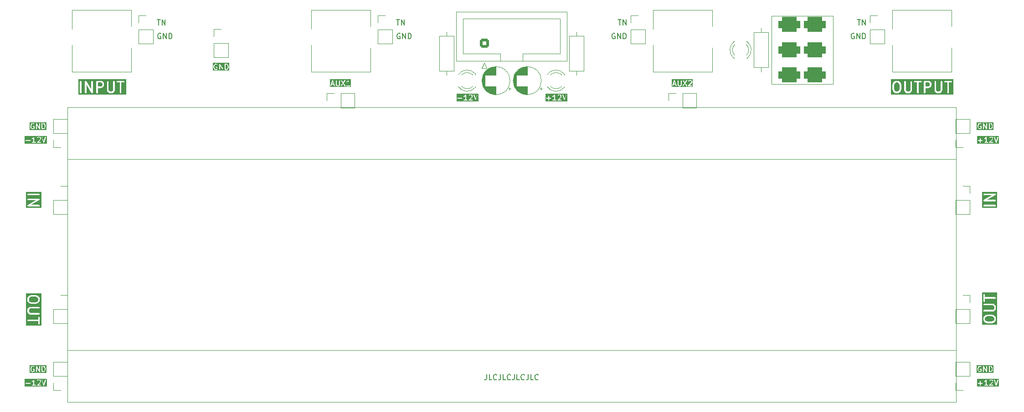
<source format=gbr>
%TF.GenerationSoftware,KiCad,Pcbnew,7.0.10-7.0.10~ubuntu22.04.1*%
%TF.CreationDate,2024-01-14T18:56:41-05:00*%
%TF.ProjectId,euro_1x,6575726f-5f31-4782-9e6b-696361645f70,rev?*%
%TF.SameCoordinates,Original*%
%TF.FileFunction,Legend,Top*%
%TF.FilePolarity,Positive*%
%FSLAX46Y46*%
G04 Gerber Fmt 4.6, Leading zero omitted, Abs format (unit mm)*
G04 Created by KiCad (PCBNEW 7.0.10-7.0.10~ubuntu22.04.1) date 2024-01-14 18:56:41*
%MOMM*%
%LPD*%
G01*
G04 APERTURE LIST*
G04 Aperture macros list*
%AMRoundRect*
0 Rectangle with rounded corners*
0 $1 Rounding radius*
0 $2 $3 $4 $5 $6 $7 $8 $9 X,Y pos of 4 corners*
0 Add a 4 corners polygon primitive as box body*
4,1,4,$2,$3,$4,$5,$6,$7,$8,$9,$2,$3,0*
0 Add four circle primitives for the rounded corners*
1,1,$1+$1,$2,$3*
1,1,$1+$1,$4,$5*
1,1,$1+$1,$6,$7*
1,1,$1+$1,$8,$9*
0 Add four rect primitives between the rounded corners*
20,1,$1+$1,$2,$3,$4,$5,0*
20,1,$1+$1,$4,$5,$6,$7,0*
20,1,$1+$1,$6,$7,$8,$9,0*
20,1,$1+$1,$8,$9,$2,$3,0*%
G04 Aperture macros list end*
%ADD10C,0.150000*%
%ADD11C,0.300000*%
%ADD12C,0.120000*%
%ADD13C,0.100000*%
%ADD14R,1.700000X1.700000*%
%ADD15O,1.700000X1.700000*%
%ADD16R,1.600000X1.600000*%
%ADD17C,1.600000*%
%ADD18R,1.800000X1.800000*%
%ADD19C,1.800000*%
%ADD20O,2.000000X3.500000*%
%ADD21O,2.000000X2.500000*%
%ADD22O,3.500000X1.500000*%
%ADD23RoundRect,0.250000X0.600000X-0.600000X0.600000X0.600000X-0.600000X0.600000X-0.600000X-0.600000X0*%
%ADD24C,1.700000*%
%ADD25RoundRect,0.698500X-1.333500X-0.698500X1.333500X-0.698500X1.333500X0.698500X-1.333500X0.698500X0*%
%ADD26O,1.600000X1.600000*%
G04 APERTURE END LIST*
D10*
X87220588Y-60462438D02*
X87125350Y-60414819D01*
X87125350Y-60414819D02*
X86982493Y-60414819D01*
X86982493Y-60414819D02*
X86839636Y-60462438D01*
X86839636Y-60462438D02*
X86744398Y-60557676D01*
X86744398Y-60557676D02*
X86696779Y-60652914D01*
X86696779Y-60652914D02*
X86649160Y-60843390D01*
X86649160Y-60843390D02*
X86649160Y-60986247D01*
X86649160Y-60986247D02*
X86696779Y-61176723D01*
X86696779Y-61176723D02*
X86744398Y-61271961D01*
X86744398Y-61271961D02*
X86839636Y-61367200D01*
X86839636Y-61367200D02*
X86982493Y-61414819D01*
X86982493Y-61414819D02*
X87077731Y-61414819D01*
X87077731Y-61414819D02*
X87220588Y-61367200D01*
X87220588Y-61367200D02*
X87268207Y-61319580D01*
X87268207Y-61319580D02*
X87268207Y-60986247D01*
X87268207Y-60986247D02*
X87077731Y-60986247D01*
X87696779Y-61414819D02*
X87696779Y-60414819D01*
X87696779Y-60414819D02*
X88268207Y-61414819D01*
X88268207Y-61414819D02*
X88268207Y-60414819D01*
X88744398Y-61414819D02*
X88744398Y-60414819D01*
X88744398Y-60414819D02*
X88982493Y-60414819D01*
X88982493Y-60414819D02*
X89125350Y-60462438D01*
X89125350Y-60462438D02*
X89220588Y-60557676D01*
X89220588Y-60557676D02*
X89268207Y-60652914D01*
X89268207Y-60652914D02*
X89315826Y-60843390D01*
X89315826Y-60843390D02*
X89315826Y-60986247D01*
X89315826Y-60986247D02*
X89268207Y-61176723D01*
X89268207Y-61176723D02*
X89220588Y-61271961D01*
X89220588Y-61271961D02*
X89125350Y-61367200D01*
X89125350Y-61367200D02*
X88982493Y-61414819D01*
X88982493Y-61414819D02*
X88744398Y-61414819D01*
X147780951Y-123914819D02*
X147780951Y-124629104D01*
X147780951Y-124629104D02*
X147733332Y-124771961D01*
X147733332Y-124771961D02*
X147638094Y-124867200D01*
X147638094Y-124867200D02*
X147495237Y-124914819D01*
X147495237Y-124914819D02*
X147399999Y-124914819D01*
X148733332Y-124914819D02*
X148257142Y-124914819D01*
X148257142Y-124914819D02*
X148257142Y-123914819D01*
X149638094Y-124819580D02*
X149590475Y-124867200D01*
X149590475Y-124867200D02*
X149447618Y-124914819D01*
X149447618Y-124914819D02*
X149352380Y-124914819D01*
X149352380Y-124914819D02*
X149209523Y-124867200D01*
X149209523Y-124867200D02*
X149114285Y-124771961D01*
X149114285Y-124771961D02*
X149066666Y-124676723D01*
X149066666Y-124676723D02*
X149019047Y-124486247D01*
X149019047Y-124486247D02*
X149019047Y-124343390D01*
X149019047Y-124343390D02*
X149066666Y-124152914D01*
X149066666Y-124152914D02*
X149114285Y-124057676D01*
X149114285Y-124057676D02*
X149209523Y-123962438D01*
X149209523Y-123962438D02*
X149352380Y-123914819D01*
X149352380Y-123914819D02*
X149447618Y-123914819D01*
X149447618Y-123914819D02*
X149590475Y-123962438D01*
X149590475Y-123962438D02*
X149638094Y-124010057D01*
X150352380Y-123914819D02*
X150352380Y-124629104D01*
X150352380Y-124629104D02*
X150304761Y-124771961D01*
X150304761Y-124771961D02*
X150209523Y-124867200D01*
X150209523Y-124867200D02*
X150066666Y-124914819D01*
X150066666Y-124914819D02*
X149971428Y-124914819D01*
X151304761Y-124914819D02*
X150828571Y-124914819D01*
X150828571Y-124914819D02*
X150828571Y-123914819D01*
X152209523Y-124819580D02*
X152161904Y-124867200D01*
X152161904Y-124867200D02*
X152019047Y-124914819D01*
X152019047Y-124914819D02*
X151923809Y-124914819D01*
X151923809Y-124914819D02*
X151780952Y-124867200D01*
X151780952Y-124867200D02*
X151685714Y-124771961D01*
X151685714Y-124771961D02*
X151638095Y-124676723D01*
X151638095Y-124676723D02*
X151590476Y-124486247D01*
X151590476Y-124486247D02*
X151590476Y-124343390D01*
X151590476Y-124343390D02*
X151638095Y-124152914D01*
X151638095Y-124152914D02*
X151685714Y-124057676D01*
X151685714Y-124057676D02*
X151780952Y-123962438D01*
X151780952Y-123962438D02*
X151923809Y-123914819D01*
X151923809Y-123914819D02*
X152019047Y-123914819D01*
X152019047Y-123914819D02*
X152161904Y-123962438D01*
X152161904Y-123962438D02*
X152209523Y-124010057D01*
X152923809Y-123914819D02*
X152923809Y-124629104D01*
X152923809Y-124629104D02*
X152876190Y-124771961D01*
X152876190Y-124771961D02*
X152780952Y-124867200D01*
X152780952Y-124867200D02*
X152638095Y-124914819D01*
X152638095Y-124914819D02*
X152542857Y-124914819D01*
X153876190Y-124914819D02*
X153400000Y-124914819D01*
X153400000Y-124914819D02*
X153400000Y-123914819D01*
X154780952Y-124819580D02*
X154733333Y-124867200D01*
X154733333Y-124867200D02*
X154590476Y-124914819D01*
X154590476Y-124914819D02*
X154495238Y-124914819D01*
X154495238Y-124914819D02*
X154352381Y-124867200D01*
X154352381Y-124867200D02*
X154257143Y-124771961D01*
X154257143Y-124771961D02*
X154209524Y-124676723D01*
X154209524Y-124676723D02*
X154161905Y-124486247D01*
X154161905Y-124486247D02*
X154161905Y-124343390D01*
X154161905Y-124343390D02*
X154209524Y-124152914D01*
X154209524Y-124152914D02*
X154257143Y-124057676D01*
X154257143Y-124057676D02*
X154352381Y-123962438D01*
X154352381Y-123962438D02*
X154495238Y-123914819D01*
X154495238Y-123914819D02*
X154590476Y-123914819D01*
X154590476Y-123914819D02*
X154733333Y-123962438D01*
X154733333Y-123962438D02*
X154780952Y-124010057D01*
X155495238Y-123914819D02*
X155495238Y-124629104D01*
X155495238Y-124629104D02*
X155447619Y-124771961D01*
X155447619Y-124771961D02*
X155352381Y-124867200D01*
X155352381Y-124867200D02*
X155209524Y-124914819D01*
X155209524Y-124914819D02*
X155114286Y-124914819D01*
X156447619Y-124914819D02*
X155971429Y-124914819D01*
X155971429Y-124914819D02*
X155971429Y-123914819D01*
X157352381Y-124819580D02*
X157304762Y-124867200D01*
X157304762Y-124867200D02*
X157161905Y-124914819D01*
X157161905Y-124914819D02*
X157066667Y-124914819D01*
X157066667Y-124914819D02*
X156923810Y-124867200D01*
X156923810Y-124867200D02*
X156828572Y-124771961D01*
X156828572Y-124771961D02*
X156780953Y-124676723D01*
X156780953Y-124676723D02*
X156733334Y-124486247D01*
X156733334Y-124486247D02*
X156733334Y-124343390D01*
X156733334Y-124343390D02*
X156780953Y-124152914D01*
X156780953Y-124152914D02*
X156828572Y-124057676D01*
X156828572Y-124057676D02*
X156923810Y-123962438D01*
X156923810Y-123962438D02*
X157066667Y-123914819D01*
X157066667Y-123914819D02*
X157161905Y-123914819D01*
X157161905Y-123914819D02*
X157304762Y-123962438D01*
X157304762Y-123962438D02*
X157352381Y-124010057D01*
X172177030Y-57874819D02*
X172748458Y-57874819D01*
X172462744Y-58874819D02*
X172462744Y-57874819D01*
X173081792Y-58874819D02*
X173081792Y-57874819D01*
X173081792Y-57874819D02*
X173653220Y-58874819D01*
X173653220Y-58874819D02*
X173653220Y-57874819D01*
X131670588Y-60462438D02*
X131575350Y-60414819D01*
X131575350Y-60414819D02*
X131432493Y-60414819D01*
X131432493Y-60414819D02*
X131289636Y-60462438D01*
X131289636Y-60462438D02*
X131194398Y-60557676D01*
X131194398Y-60557676D02*
X131146779Y-60652914D01*
X131146779Y-60652914D02*
X131099160Y-60843390D01*
X131099160Y-60843390D02*
X131099160Y-60986247D01*
X131099160Y-60986247D02*
X131146779Y-61176723D01*
X131146779Y-61176723D02*
X131194398Y-61271961D01*
X131194398Y-61271961D02*
X131289636Y-61367200D01*
X131289636Y-61367200D02*
X131432493Y-61414819D01*
X131432493Y-61414819D02*
X131527731Y-61414819D01*
X131527731Y-61414819D02*
X131670588Y-61367200D01*
X131670588Y-61367200D02*
X131718207Y-61319580D01*
X131718207Y-61319580D02*
X131718207Y-60986247D01*
X131718207Y-60986247D02*
X131527731Y-60986247D01*
X132146779Y-61414819D02*
X132146779Y-60414819D01*
X132146779Y-60414819D02*
X132718207Y-61414819D01*
X132718207Y-61414819D02*
X132718207Y-60414819D01*
X133194398Y-61414819D02*
X133194398Y-60414819D01*
X133194398Y-60414819D02*
X133432493Y-60414819D01*
X133432493Y-60414819D02*
X133575350Y-60462438D01*
X133575350Y-60462438D02*
X133670588Y-60557676D01*
X133670588Y-60557676D02*
X133718207Y-60652914D01*
X133718207Y-60652914D02*
X133765826Y-60843390D01*
X133765826Y-60843390D02*
X133765826Y-60986247D01*
X133765826Y-60986247D02*
X133718207Y-61176723D01*
X133718207Y-61176723D02*
X133670588Y-61271961D01*
X133670588Y-61271961D02*
X133575350Y-61367200D01*
X133575350Y-61367200D02*
X133432493Y-61414819D01*
X133432493Y-61414819D02*
X133194398Y-61414819D01*
X216055601Y-60462438D02*
X215960363Y-60414819D01*
X215960363Y-60414819D02*
X215817506Y-60414819D01*
X215817506Y-60414819D02*
X215674649Y-60462438D01*
X215674649Y-60462438D02*
X215579411Y-60557676D01*
X215579411Y-60557676D02*
X215531792Y-60652914D01*
X215531792Y-60652914D02*
X215484173Y-60843390D01*
X215484173Y-60843390D02*
X215484173Y-60986247D01*
X215484173Y-60986247D02*
X215531792Y-61176723D01*
X215531792Y-61176723D02*
X215579411Y-61271961D01*
X215579411Y-61271961D02*
X215674649Y-61367200D01*
X215674649Y-61367200D02*
X215817506Y-61414819D01*
X215817506Y-61414819D02*
X215912744Y-61414819D01*
X215912744Y-61414819D02*
X216055601Y-61367200D01*
X216055601Y-61367200D02*
X216103220Y-61319580D01*
X216103220Y-61319580D02*
X216103220Y-60986247D01*
X216103220Y-60986247D02*
X215912744Y-60986247D01*
X216531792Y-61414819D02*
X216531792Y-60414819D01*
X216531792Y-60414819D02*
X217103220Y-61414819D01*
X217103220Y-61414819D02*
X217103220Y-60414819D01*
X217579411Y-61414819D02*
X217579411Y-60414819D01*
X217579411Y-60414819D02*
X217817506Y-60414819D01*
X217817506Y-60414819D02*
X217960363Y-60462438D01*
X217960363Y-60462438D02*
X218055601Y-60557676D01*
X218055601Y-60557676D02*
X218103220Y-60652914D01*
X218103220Y-60652914D02*
X218150839Y-60843390D01*
X218150839Y-60843390D02*
X218150839Y-60986247D01*
X218150839Y-60986247D02*
X218103220Y-61176723D01*
X218103220Y-61176723D02*
X218055601Y-61271961D01*
X218055601Y-61271961D02*
X217960363Y-61367200D01*
X217960363Y-61367200D02*
X217817506Y-61414819D01*
X217817506Y-61414819D02*
X217579411Y-61414819D01*
G36*
X65519849Y-77291990D02*
G01*
X65593962Y-77366103D01*
X65632455Y-77443090D01*
X65675839Y-77616624D01*
X65675839Y-77741013D01*
X65632455Y-77914547D01*
X65593961Y-77991534D01*
X65519849Y-78065647D01*
X65405336Y-78103819D01*
X65254411Y-78103819D01*
X65254411Y-77253819D01*
X65405336Y-77253819D01*
X65519849Y-77291990D01*
G37*
G36*
X65968696Y-78396676D02*
G01*
X62866316Y-78396676D01*
X62866316Y-77750247D01*
X63009173Y-77750247D01*
X63010358Y-77753504D01*
X63011412Y-77768437D01*
X63059031Y-77958913D01*
X63061019Y-77961857D01*
X63064710Y-77974264D01*
X63112329Y-78069502D01*
X63113515Y-78070625D01*
X63126378Y-78088994D01*
X63221616Y-78184233D01*
X63225680Y-78186128D01*
X63228027Y-78189948D01*
X63250932Y-78202351D01*
X63393788Y-78249970D01*
X63395423Y-78249925D01*
X63417506Y-78253819D01*
X63512744Y-78253819D01*
X63514282Y-78253258D01*
X63536461Y-78249970D01*
X63679318Y-78202351D01*
X63682829Y-78199563D01*
X63687298Y-78199173D01*
X63708635Y-78184232D01*
X63714048Y-78178819D01*
X64056792Y-78178819D01*
X64074339Y-78227028D01*
X64118768Y-78252680D01*
X64169292Y-78243771D01*
X64202269Y-78204471D01*
X64206792Y-78178819D01*
X64206792Y-77461235D01*
X64638102Y-78216030D01*
X64643395Y-78220511D01*
X64645767Y-78227028D01*
X64662504Y-78236691D01*
X64677255Y-78249181D01*
X64684189Y-78249211D01*
X64690196Y-78252680D01*
X64709229Y-78249323D01*
X64728557Y-78249410D01*
X64733890Y-78244975D01*
X64740720Y-78243771D01*
X64753144Y-78228964D01*
X64768004Y-78216608D01*
X64769238Y-78209784D01*
X64773697Y-78204471D01*
X64778220Y-78178819D01*
X65104411Y-78178819D01*
X65111074Y-78197127D01*
X65114459Y-78216319D01*
X65119643Y-78220669D01*
X65121958Y-78227028D01*
X65138831Y-78236770D01*
X65153759Y-78249296D01*
X65163501Y-78251013D01*
X65166387Y-78252680D01*
X65169669Y-78252101D01*
X65179411Y-78253819D01*
X65417506Y-78253819D01*
X65419044Y-78253258D01*
X65441223Y-78249970D01*
X65584080Y-78202351D01*
X65587592Y-78199563D01*
X65592059Y-78199173D01*
X65613396Y-78184233D01*
X65708635Y-78088993D01*
X65709326Y-78087510D01*
X65722683Y-78069502D01*
X65770302Y-77974264D01*
X65770708Y-77970735D01*
X65775981Y-77958913D01*
X65823600Y-77768437D01*
X65823239Y-77764988D01*
X65825839Y-77750247D01*
X65825839Y-77607390D01*
X65824653Y-77604132D01*
X65823600Y-77589200D01*
X65775981Y-77398724D01*
X65773992Y-77395779D01*
X65770302Y-77383373D01*
X65722683Y-77288135D01*
X65721496Y-77287011D01*
X65708634Y-77268643D01*
X65613396Y-77173405D01*
X65609332Y-77171510D01*
X65606985Y-77167689D01*
X65584080Y-77155287D01*
X65441223Y-77107668D01*
X65439588Y-77107712D01*
X65417506Y-77103819D01*
X65179411Y-77103819D01*
X65161102Y-77110482D01*
X65141911Y-77113867D01*
X65137560Y-77119051D01*
X65131202Y-77121366D01*
X65121459Y-77138239D01*
X65108934Y-77153167D01*
X65107216Y-77162909D01*
X65105550Y-77165795D01*
X65106128Y-77169077D01*
X65104411Y-77178819D01*
X65104411Y-78178819D01*
X64778220Y-78178819D01*
X64778220Y-77178819D01*
X64760673Y-77130610D01*
X64716244Y-77104958D01*
X64665720Y-77113867D01*
X64632743Y-77153167D01*
X64628220Y-77178819D01*
X64628220Y-77896402D01*
X64196910Y-77141609D01*
X64191617Y-77137127D01*
X64189245Y-77130610D01*
X64172505Y-77120945D01*
X64157757Y-77108457D01*
X64150822Y-77108426D01*
X64144816Y-77104958D01*
X64125782Y-77108314D01*
X64106455Y-77108228D01*
X64101121Y-77112662D01*
X64094292Y-77113867D01*
X64081867Y-77128673D01*
X64067008Y-77141030D01*
X64065773Y-77147853D01*
X64061315Y-77153167D01*
X64056792Y-77178819D01*
X64056792Y-78178819D01*
X63714048Y-78178819D01*
X63756253Y-78136613D01*
X63763171Y-78121775D01*
X63773697Y-78109232D01*
X63776540Y-78093104D01*
X63777934Y-78090116D01*
X63777411Y-78088165D01*
X63778220Y-78083580D01*
X63778220Y-77750247D01*
X63771556Y-77731938D01*
X63768172Y-77712747D01*
X63762987Y-77708396D01*
X63760673Y-77702038D01*
X63743799Y-77692295D01*
X63728872Y-77679770D01*
X63719129Y-77678052D01*
X63716244Y-77676386D01*
X63712961Y-77676964D01*
X63703220Y-77675247D01*
X63512744Y-77675247D01*
X63464535Y-77692794D01*
X63438883Y-77737223D01*
X63447792Y-77787747D01*
X63487092Y-77820724D01*
X63512744Y-77825247D01*
X63628220Y-77825247D01*
X63628220Y-78052514D01*
X63615087Y-78065647D01*
X63500574Y-78103819D01*
X63429676Y-78103819D01*
X63315163Y-78065648D01*
X63241050Y-77991534D01*
X63202556Y-77914547D01*
X63159173Y-77741013D01*
X63159173Y-77616624D01*
X63202556Y-77443090D01*
X63241050Y-77366103D01*
X63315163Y-77291990D01*
X63429676Y-77253819D01*
X63542658Y-77253819D01*
X63622060Y-77293520D01*
X63673026Y-77299385D01*
X63715839Y-77271119D01*
X63730466Y-77221944D01*
X63710063Y-77174873D01*
X63689142Y-77159356D01*
X63593904Y-77111737D01*
X63589450Y-77111224D01*
X63586015Y-77108342D01*
X63560363Y-77103819D01*
X63417506Y-77103819D01*
X63415968Y-77104378D01*
X63393788Y-77107668D01*
X63250932Y-77155287D01*
X63247421Y-77158073D01*
X63242953Y-77158464D01*
X63221616Y-77173405D01*
X63126378Y-77268643D01*
X63125687Y-77270124D01*
X63112329Y-77288135D01*
X63064710Y-77383373D01*
X63064303Y-77386901D01*
X63059031Y-77398724D01*
X63011412Y-77589200D01*
X63011772Y-77592648D01*
X63009173Y-77607390D01*
X63009173Y-77750247D01*
X62866316Y-77750247D01*
X62866316Y-76960962D01*
X65968696Y-76960962D01*
X65968696Y-78396676D01*
G37*
X216627030Y-57874819D02*
X217198458Y-57874819D01*
X216912744Y-58874819D02*
X216912744Y-57874819D01*
X217531792Y-58874819D02*
X217531792Y-57874819D01*
X217531792Y-57874819D02*
X218103220Y-58874819D01*
X218103220Y-58874819D02*
X218103220Y-57874819D01*
X171605601Y-60462438D02*
X171510363Y-60414819D01*
X171510363Y-60414819D02*
X171367506Y-60414819D01*
X171367506Y-60414819D02*
X171224649Y-60462438D01*
X171224649Y-60462438D02*
X171129411Y-60557676D01*
X171129411Y-60557676D02*
X171081792Y-60652914D01*
X171081792Y-60652914D02*
X171034173Y-60843390D01*
X171034173Y-60843390D02*
X171034173Y-60986247D01*
X171034173Y-60986247D02*
X171081792Y-61176723D01*
X171081792Y-61176723D02*
X171129411Y-61271961D01*
X171129411Y-61271961D02*
X171224649Y-61367200D01*
X171224649Y-61367200D02*
X171367506Y-61414819D01*
X171367506Y-61414819D02*
X171462744Y-61414819D01*
X171462744Y-61414819D02*
X171605601Y-61367200D01*
X171605601Y-61367200D02*
X171653220Y-61319580D01*
X171653220Y-61319580D02*
X171653220Y-60986247D01*
X171653220Y-60986247D02*
X171462744Y-60986247D01*
X172081792Y-61414819D02*
X172081792Y-60414819D01*
X172081792Y-60414819D02*
X172653220Y-61414819D01*
X172653220Y-61414819D02*
X172653220Y-60414819D01*
X173129411Y-61414819D02*
X173129411Y-60414819D01*
X173129411Y-60414819D02*
X173367506Y-60414819D01*
X173367506Y-60414819D02*
X173510363Y-60462438D01*
X173510363Y-60462438D02*
X173605601Y-60557676D01*
X173605601Y-60557676D02*
X173653220Y-60652914D01*
X173653220Y-60652914D02*
X173700839Y-60843390D01*
X173700839Y-60843390D02*
X173700839Y-60986247D01*
X173700839Y-60986247D02*
X173653220Y-61176723D01*
X173653220Y-61176723D02*
X173605601Y-61271961D01*
X173605601Y-61271961D02*
X173510363Y-61367200D01*
X173510363Y-61367200D02*
X173367506Y-61414819D01*
X173367506Y-61414819D02*
X173129411Y-61414819D01*
G36*
X241484836Y-77291990D02*
G01*
X241558949Y-77366103D01*
X241597442Y-77443090D01*
X241640826Y-77616624D01*
X241640826Y-77741013D01*
X241597442Y-77914547D01*
X241558948Y-77991534D01*
X241484836Y-78065647D01*
X241370323Y-78103819D01*
X241219398Y-78103819D01*
X241219398Y-77253819D01*
X241370323Y-77253819D01*
X241484836Y-77291990D01*
G37*
G36*
X241933683Y-78396676D02*
G01*
X238831303Y-78396676D01*
X238831303Y-77750247D01*
X238974160Y-77750247D01*
X238975345Y-77753504D01*
X238976399Y-77768437D01*
X239024018Y-77958913D01*
X239026006Y-77961857D01*
X239029697Y-77974264D01*
X239077316Y-78069502D01*
X239078502Y-78070625D01*
X239091365Y-78088994D01*
X239186603Y-78184233D01*
X239190667Y-78186128D01*
X239193014Y-78189948D01*
X239215919Y-78202351D01*
X239358775Y-78249970D01*
X239360410Y-78249925D01*
X239382493Y-78253819D01*
X239477731Y-78253819D01*
X239479269Y-78253258D01*
X239501448Y-78249970D01*
X239644305Y-78202351D01*
X239647816Y-78199563D01*
X239652285Y-78199173D01*
X239673622Y-78184232D01*
X239679035Y-78178819D01*
X240021779Y-78178819D01*
X240039326Y-78227028D01*
X240083755Y-78252680D01*
X240134279Y-78243771D01*
X240167256Y-78204471D01*
X240171779Y-78178819D01*
X240171779Y-77461235D01*
X240603089Y-78216030D01*
X240608382Y-78220511D01*
X240610754Y-78227028D01*
X240627491Y-78236691D01*
X240642242Y-78249181D01*
X240649176Y-78249211D01*
X240655183Y-78252680D01*
X240674216Y-78249323D01*
X240693544Y-78249410D01*
X240698877Y-78244975D01*
X240705707Y-78243771D01*
X240718131Y-78228964D01*
X240732991Y-78216608D01*
X240734225Y-78209784D01*
X240738684Y-78204471D01*
X240743207Y-78178819D01*
X241069398Y-78178819D01*
X241076061Y-78197127D01*
X241079446Y-78216319D01*
X241084630Y-78220669D01*
X241086945Y-78227028D01*
X241103818Y-78236770D01*
X241118746Y-78249296D01*
X241128488Y-78251013D01*
X241131374Y-78252680D01*
X241134656Y-78252101D01*
X241144398Y-78253819D01*
X241382493Y-78253819D01*
X241384031Y-78253258D01*
X241406210Y-78249970D01*
X241549067Y-78202351D01*
X241552579Y-78199563D01*
X241557046Y-78199173D01*
X241578383Y-78184233D01*
X241673622Y-78088993D01*
X241674313Y-78087510D01*
X241687670Y-78069502D01*
X241735289Y-77974264D01*
X241735695Y-77970735D01*
X241740968Y-77958913D01*
X241788587Y-77768437D01*
X241788226Y-77764988D01*
X241790826Y-77750247D01*
X241790826Y-77607390D01*
X241789640Y-77604132D01*
X241788587Y-77589200D01*
X241740968Y-77398724D01*
X241738979Y-77395779D01*
X241735289Y-77383373D01*
X241687670Y-77288135D01*
X241686483Y-77287011D01*
X241673621Y-77268643D01*
X241578383Y-77173405D01*
X241574319Y-77171510D01*
X241571972Y-77167689D01*
X241549067Y-77155287D01*
X241406210Y-77107668D01*
X241404575Y-77107712D01*
X241382493Y-77103819D01*
X241144398Y-77103819D01*
X241126089Y-77110482D01*
X241106898Y-77113867D01*
X241102547Y-77119051D01*
X241096189Y-77121366D01*
X241086446Y-77138239D01*
X241073921Y-77153167D01*
X241072203Y-77162909D01*
X241070537Y-77165795D01*
X241071115Y-77169077D01*
X241069398Y-77178819D01*
X241069398Y-78178819D01*
X240743207Y-78178819D01*
X240743207Y-77178819D01*
X240725660Y-77130610D01*
X240681231Y-77104958D01*
X240630707Y-77113867D01*
X240597730Y-77153167D01*
X240593207Y-77178819D01*
X240593207Y-77896402D01*
X240161897Y-77141609D01*
X240156604Y-77137127D01*
X240154232Y-77130610D01*
X240137492Y-77120945D01*
X240122744Y-77108457D01*
X240115809Y-77108426D01*
X240109803Y-77104958D01*
X240090769Y-77108314D01*
X240071442Y-77108228D01*
X240066108Y-77112662D01*
X240059279Y-77113867D01*
X240046854Y-77128673D01*
X240031995Y-77141030D01*
X240030760Y-77147853D01*
X240026302Y-77153167D01*
X240021779Y-77178819D01*
X240021779Y-78178819D01*
X239679035Y-78178819D01*
X239721240Y-78136613D01*
X239728158Y-78121775D01*
X239738684Y-78109232D01*
X239741527Y-78093104D01*
X239742921Y-78090116D01*
X239742398Y-78088165D01*
X239743207Y-78083580D01*
X239743207Y-77750247D01*
X239736543Y-77731938D01*
X239733159Y-77712747D01*
X239727974Y-77708396D01*
X239725660Y-77702038D01*
X239708786Y-77692295D01*
X239693859Y-77679770D01*
X239684116Y-77678052D01*
X239681231Y-77676386D01*
X239677948Y-77676964D01*
X239668207Y-77675247D01*
X239477731Y-77675247D01*
X239429522Y-77692794D01*
X239403870Y-77737223D01*
X239412779Y-77787747D01*
X239452079Y-77820724D01*
X239477731Y-77825247D01*
X239593207Y-77825247D01*
X239593207Y-78052514D01*
X239580074Y-78065647D01*
X239465561Y-78103819D01*
X239394663Y-78103819D01*
X239280150Y-78065648D01*
X239206037Y-77991534D01*
X239167543Y-77914547D01*
X239124160Y-77741013D01*
X239124160Y-77616624D01*
X239167543Y-77443090D01*
X239206037Y-77366103D01*
X239280150Y-77291990D01*
X239394663Y-77253819D01*
X239507645Y-77253819D01*
X239587047Y-77293520D01*
X239638013Y-77299385D01*
X239680826Y-77271119D01*
X239695453Y-77221944D01*
X239675050Y-77174873D01*
X239654129Y-77159356D01*
X239558891Y-77111737D01*
X239554437Y-77111224D01*
X239551002Y-77108342D01*
X239525350Y-77103819D01*
X239382493Y-77103819D01*
X239380955Y-77104378D01*
X239358775Y-77107668D01*
X239215919Y-77155287D01*
X239212408Y-77158073D01*
X239207940Y-77158464D01*
X239186603Y-77173405D01*
X239091365Y-77268643D01*
X239090674Y-77270124D01*
X239077316Y-77288135D01*
X239029697Y-77383373D01*
X239029290Y-77386901D01*
X239024018Y-77398724D01*
X238976399Y-77589200D01*
X238976759Y-77592648D01*
X238974160Y-77607390D01*
X238974160Y-77750247D01*
X238831303Y-77750247D01*
X238831303Y-76960962D01*
X241933683Y-76960962D01*
X241933683Y-78396676D01*
G37*
X86553922Y-57874819D02*
X87125350Y-57874819D01*
X86839636Y-58874819D02*
X86839636Y-57874819D01*
X87458684Y-58874819D02*
X87458684Y-57874819D01*
X87458684Y-57874819D02*
X88030112Y-58874819D01*
X88030112Y-58874819D02*
X88030112Y-57874819D01*
G36*
X241484836Y-122503990D02*
G01*
X241558949Y-122578103D01*
X241597442Y-122655090D01*
X241640826Y-122828624D01*
X241640826Y-122953013D01*
X241597442Y-123126547D01*
X241558948Y-123203534D01*
X241484836Y-123277647D01*
X241370323Y-123315819D01*
X241219398Y-123315819D01*
X241219398Y-122465819D01*
X241370323Y-122465819D01*
X241484836Y-122503990D01*
G37*
G36*
X241933683Y-123608676D02*
G01*
X238831303Y-123608676D01*
X238831303Y-122962247D01*
X238974160Y-122962247D01*
X238975345Y-122965504D01*
X238976399Y-122980437D01*
X239024018Y-123170913D01*
X239026006Y-123173857D01*
X239029697Y-123186264D01*
X239077316Y-123281502D01*
X239078502Y-123282625D01*
X239091365Y-123300994D01*
X239186603Y-123396233D01*
X239190667Y-123398128D01*
X239193014Y-123401948D01*
X239215919Y-123414351D01*
X239358775Y-123461970D01*
X239360410Y-123461925D01*
X239382493Y-123465819D01*
X239477731Y-123465819D01*
X239479269Y-123465258D01*
X239501448Y-123461970D01*
X239644305Y-123414351D01*
X239647816Y-123411563D01*
X239652285Y-123411173D01*
X239673622Y-123396232D01*
X239679035Y-123390819D01*
X240021779Y-123390819D01*
X240039326Y-123439028D01*
X240083755Y-123464680D01*
X240134279Y-123455771D01*
X240167256Y-123416471D01*
X240171779Y-123390819D01*
X240171779Y-122673235D01*
X240603089Y-123428030D01*
X240608382Y-123432511D01*
X240610754Y-123439028D01*
X240627491Y-123448691D01*
X240642242Y-123461181D01*
X240649176Y-123461211D01*
X240655183Y-123464680D01*
X240674216Y-123461323D01*
X240693544Y-123461410D01*
X240698877Y-123456975D01*
X240705707Y-123455771D01*
X240718131Y-123440964D01*
X240732991Y-123428608D01*
X240734225Y-123421784D01*
X240738684Y-123416471D01*
X240743207Y-123390819D01*
X241069398Y-123390819D01*
X241076061Y-123409127D01*
X241079446Y-123428319D01*
X241084630Y-123432669D01*
X241086945Y-123439028D01*
X241103818Y-123448770D01*
X241118746Y-123461296D01*
X241128488Y-123463013D01*
X241131374Y-123464680D01*
X241134656Y-123464101D01*
X241144398Y-123465819D01*
X241382493Y-123465819D01*
X241384031Y-123465258D01*
X241406210Y-123461970D01*
X241549067Y-123414351D01*
X241552579Y-123411563D01*
X241557046Y-123411173D01*
X241578383Y-123396233D01*
X241673622Y-123300993D01*
X241674313Y-123299510D01*
X241687670Y-123281502D01*
X241735289Y-123186264D01*
X241735695Y-123182735D01*
X241740968Y-123170913D01*
X241788587Y-122980437D01*
X241788226Y-122976988D01*
X241790826Y-122962247D01*
X241790826Y-122819390D01*
X241789640Y-122816132D01*
X241788587Y-122801200D01*
X241740968Y-122610724D01*
X241738979Y-122607779D01*
X241735289Y-122595373D01*
X241687670Y-122500135D01*
X241686483Y-122499011D01*
X241673621Y-122480643D01*
X241578383Y-122385405D01*
X241574319Y-122383510D01*
X241571972Y-122379689D01*
X241549067Y-122367287D01*
X241406210Y-122319668D01*
X241404575Y-122319712D01*
X241382493Y-122315819D01*
X241144398Y-122315819D01*
X241126089Y-122322482D01*
X241106898Y-122325867D01*
X241102547Y-122331051D01*
X241096189Y-122333366D01*
X241086446Y-122350239D01*
X241073921Y-122365167D01*
X241072203Y-122374909D01*
X241070537Y-122377795D01*
X241071115Y-122381077D01*
X241069398Y-122390819D01*
X241069398Y-123390819D01*
X240743207Y-123390819D01*
X240743207Y-122390819D01*
X240725660Y-122342610D01*
X240681231Y-122316958D01*
X240630707Y-122325867D01*
X240597730Y-122365167D01*
X240593207Y-122390819D01*
X240593207Y-123108402D01*
X240161897Y-122353609D01*
X240156604Y-122349127D01*
X240154232Y-122342610D01*
X240137492Y-122332945D01*
X240122744Y-122320457D01*
X240115809Y-122320426D01*
X240109803Y-122316958D01*
X240090769Y-122320314D01*
X240071442Y-122320228D01*
X240066108Y-122324662D01*
X240059279Y-122325867D01*
X240046854Y-122340673D01*
X240031995Y-122353030D01*
X240030760Y-122359853D01*
X240026302Y-122365167D01*
X240021779Y-122390819D01*
X240021779Y-123390819D01*
X239679035Y-123390819D01*
X239721240Y-123348613D01*
X239728158Y-123333775D01*
X239738684Y-123321232D01*
X239741527Y-123305104D01*
X239742921Y-123302116D01*
X239742398Y-123300165D01*
X239743207Y-123295580D01*
X239743207Y-122962247D01*
X239736543Y-122943938D01*
X239733159Y-122924747D01*
X239727974Y-122920396D01*
X239725660Y-122914038D01*
X239708786Y-122904295D01*
X239693859Y-122891770D01*
X239684116Y-122890052D01*
X239681231Y-122888386D01*
X239677948Y-122888964D01*
X239668207Y-122887247D01*
X239477731Y-122887247D01*
X239429522Y-122904794D01*
X239403870Y-122949223D01*
X239412779Y-122999747D01*
X239452079Y-123032724D01*
X239477731Y-123037247D01*
X239593207Y-123037247D01*
X239593207Y-123264514D01*
X239580074Y-123277647D01*
X239465561Y-123315819D01*
X239394663Y-123315819D01*
X239280150Y-123277648D01*
X239206037Y-123203534D01*
X239167543Y-123126547D01*
X239124160Y-122953013D01*
X239124160Y-122828624D01*
X239167543Y-122655090D01*
X239206037Y-122578103D01*
X239280150Y-122503990D01*
X239394663Y-122465819D01*
X239507645Y-122465819D01*
X239587047Y-122505520D01*
X239638013Y-122511385D01*
X239680826Y-122483119D01*
X239695453Y-122433944D01*
X239675050Y-122386873D01*
X239654129Y-122371356D01*
X239558891Y-122323737D01*
X239554437Y-122323224D01*
X239551002Y-122320342D01*
X239525350Y-122315819D01*
X239382493Y-122315819D01*
X239380955Y-122316378D01*
X239358775Y-122319668D01*
X239215919Y-122367287D01*
X239212408Y-122370073D01*
X239207940Y-122370464D01*
X239186603Y-122385405D01*
X239091365Y-122480643D01*
X239090674Y-122482124D01*
X239077316Y-122500135D01*
X239029697Y-122595373D01*
X239029290Y-122598901D01*
X239024018Y-122610724D01*
X238976399Y-122801200D01*
X238976759Y-122804648D01*
X238974160Y-122819390D01*
X238974160Y-122962247D01*
X238831303Y-122962247D01*
X238831303Y-122172962D01*
X241933683Y-122172962D01*
X241933683Y-123608676D01*
G37*
X131003922Y-57874819D02*
X131575350Y-57874819D01*
X131289636Y-58874819D02*
X131289636Y-57874819D01*
X131908684Y-58874819D02*
X131908684Y-57874819D01*
X131908684Y-57874819D02*
X132480112Y-58874819D01*
X132480112Y-58874819D02*
X132480112Y-57874819D01*
G36*
X65519849Y-122503990D02*
G01*
X65593962Y-122578103D01*
X65632455Y-122655090D01*
X65675839Y-122828624D01*
X65675839Y-122953013D01*
X65632455Y-123126547D01*
X65593961Y-123203534D01*
X65519849Y-123277647D01*
X65405336Y-123315819D01*
X65254411Y-123315819D01*
X65254411Y-122465819D01*
X65405336Y-122465819D01*
X65519849Y-122503990D01*
G37*
G36*
X65968696Y-123608676D02*
G01*
X62866316Y-123608676D01*
X62866316Y-122962247D01*
X63009173Y-122962247D01*
X63010358Y-122965504D01*
X63011412Y-122980437D01*
X63059031Y-123170913D01*
X63061019Y-123173857D01*
X63064710Y-123186264D01*
X63112329Y-123281502D01*
X63113515Y-123282625D01*
X63126378Y-123300994D01*
X63221616Y-123396233D01*
X63225680Y-123398128D01*
X63228027Y-123401948D01*
X63250932Y-123414351D01*
X63393788Y-123461970D01*
X63395423Y-123461925D01*
X63417506Y-123465819D01*
X63512744Y-123465819D01*
X63514282Y-123465258D01*
X63536461Y-123461970D01*
X63679318Y-123414351D01*
X63682829Y-123411563D01*
X63687298Y-123411173D01*
X63708635Y-123396232D01*
X63714048Y-123390819D01*
X64056792Y-123390819D01*
X64074339Y-123439028D01*
X64118768Y-123464680D01*
X64169292Y-123455771D01*
X64202269Y-123416471D01*
X64206792Y-123390819D01*
X64206792Y-122673235D01*
X64638102Y-123428030D01*
X64643395Y-123432511D01*
X64645767Y-123439028D01*
X64662504Y-123448691D01*
X64677255Y-123461181D01*
X64684189Y-123461211D01*
X64690196Y-123464680D01*
X64709229Y-123461323D01*
X64728557Y-123461410D01*
X64733890Y-123456975D01*
X64740720Y-123455771D01*
X64753144Y-123440964D01*
X64768004Y-123428608D01*
X64769238Y-123421784D01*
X64773697Y-123416471D01*
X64778220Y-123390819D01*
X65104411Y-123390819D01*
X65111074Y-123409127D01*
X65114459Y-123428319D01*
X65119643Y-123432669D01*
X65121958Y-123439028D01*
X65138831Y-123448770D01*
X65153759Y-123461296D01*
X65163501Y-123463013D01*
X65166387Y-123464680D01*
X65169669Y-123464101D01*
X65179411Y-123465819D01*
X65417506Y-123465819D01*
X65419044Y-123465258D01*
X65441223Y-123461970D01*
X65584080Y-123414351D01*
X65587592Y-123411563D01*
X65592059Y-123411173D01*
X65613396Y-123396233D01*
X65708635Y-123300993D01*
X65709326Y-123299510D01*
X65722683Y-123281502D01*
X65770302Y-123186264D01*
X65770708Y-123182735D01*
X65775981Y-123170913D01*
X65823600Y-122980437D01*
X65823239Y-122976988D01*
X65825839Y-122962247D01*
X65825839Y-122819390D01*
X65824653Y-122816132D01*
X65823600Y-122801200D01*
X65775981Y-122610724D01*
X65773992Y-122607779D01*
X65770302Y-122595373D01*
X65722683Y-122500135D01*
X65721496Y-122499011D01*
X65708634Y-122480643D01*
X65613396Y-122385405D01*
X65609332Y-122383510D01*
X65606985Y-122379689D01*
X65584080Y-122367287D01*
X65441223Y-122319668D01*
X65439588Y-122319712D01*
X65417506Y-122315819D01*
X65179411Y-122315819D01*
X65161102Y-122322482D01*
X65141911Y-122325867D01*
X65137560Y-122331051D01*
X65131202Y-122333366D01*
X65121459Y-122350239D01*
X65108934Y-122365167D01*
X65107216Y-122374909D01*
X65105550Y-122377795D01*
X65106128Y-122381077D01*
X65104411Y-122390819D01*
X65104411Y-123390819D01*
X64778220Y-123390819D01*
X64778220Y-122390819D01*
X64760673Y-122342610D01*
X64716244Y-122316958D01*
X64665720Y-122325867D01*
X64632743Y-122365167D01*
X64628220Y-122390819D01*
X64628220Y-123108402D01*
X64196910Y-122353609D01*
X64191617Y-122349127D01*
X64189245Y-122342610D01*
X64172505Y-122332945D01*
X64157757Y-122320457D01*
X64150822Y-122320426D01*
X64144816Y-122316958D01*
X64125782Y-122320314D01*
X64106455Y-122320228D01*
X64101121Y-122324662D01*
X64094292Y-122325867D01*
X64081867Y-122340673D01*
X64067008Y-122353030D01*
X64065773Y-122359853D01*
X64061315Y-122365167D01*
X64056792Y-122390819D01*
X64056792Y-123390819D01*
X63714048Y-123390819D01*
X63756253Y-123348613D01*
X63763171Y-123333775D01*
X63773697Y-123321232D01*
X63776540Y-123305104D01*
X63777934Y-123302116D01*
X63777411Y-123300165D01*
X63778220Y-123295580D01*
X63778220Y-122962247D01*
X63771556Y-122943938D01*
X63768172Y-122924747D01*
X63762987Y-122920396D01*
X63760673Y-122914038D01*
X63743799Y-122904295D01*
X63728872Y-122891770D01*
X63719129Y-122890052D01*
X63716244Y-122888386D01*
X63712961Y-122888964D01*
X63703220Y-122887247D01*
X63512744Y-122887247D01*
X63464535Y-122904794D01*
X63438883Y-122949223D01*
X63447792Y-122999747D01*
X63487092Y-123032724D01*
X63512744Y-123037247D01*
X63628220Y-123037247D01*
X63628220Y-123264514D01*
X63615087Y-123277647D01*
X63500574Y-123315819D01*
X63429676Y-123315819D01*
X63315163Y-123277648D01*
X63241050Y-123203534D01*
X63202556Y-123126547D01*
X63159173Y-122953013D01*
X63159173Y-122828624D01*
X63202556Y-122655090D01*
X63241050Y-122578103D01*
X63315163Y-122503990D01*
X63429676Y-122465819D01*
X63542658Y-122465819D01*
X63622060Y-122505520D01*
X63673026Y-122511385D01*
X63715839Y-122483119D01*
X63730466Y-122433944D01*
X63710063Y-122386873D01*
X63689142Y-122371356D01*
X63593904Y-122323737D01*
X63589450Y-122323224D01*
X63586015Y-122320342D01*
X63560363Y-122315819D01*
X63417506Y-122315819D01*
X63415968Y-122316378D01*
X63393788Y-122319668D01*
X63250932Y-122367287D01*
X63247421Y-122370073D01*
X63242953Y-122370464D01*
X63221616Y-122385405D01*
X63126378Y-122480643D01*
X63125687Y-122482124D01*
X63112329Y-122500135D01*
X63064710Y-122595373D01*
X63064303Y-122598901D01*
X63059031Y-122610724D01*
X63011412Y-122801200D01*
X63011772Y-122804648D01*
X63009173Y-122819390D01*
X63009173Y-122962247D01*
X62866316Y-122962247D01*
X62866316Y-122172962D01*
X65968696Y-122172962D01*
X65968696Y-123608676D01*
G37*
G36*
X66060085Y-126148676D02*
G01*
X61962693Y-126148676D01*
X61962693Y-125917795D01*
X63296026Y-125917795D01*
X63304935Y-125968319D01*
X63344235Y-126001296D01*
X63369887Y-126005819D01*
X63941315Y-126005819D01*
X63989524Y-125988272D01*
X64015176Y-125943843D01*
X64011727Y-125924283D01*
X64199935Y-125924283D01*
X64205776Y-125946085D01*
X64209697Y-125968319D01*
X64212324Y-125970523D01*
X64213212Y-125973837D01*
X64231703Y-125986785D01*
X64248997Y-126001296D01*
X64253581Y-126002104D01*
X64255238Y-126003264D01*
X64258526Y-126002976D01*
X64274649Y-126005819D01*
X64893696Y-126005819D01*
X64941905Y-125988272D01*
X64967557Y-125943843D01*
X64958648Y-125893319D01*
X64919348Y-125860342D01*
X64893696Y-125855819D01*
X64455715Y-125855819D01*
X64899110Y-125412423D01*
X64901005Y-125408358D01*
X64904825Y-125406012D01*
X64917228Y-125383107D01*
X64964847Y-125240251D01*
X64964802Y-125238615D01*
X64968696Y-125216533D01*
X64968696Y-125121295D01*
X64967162Y-125117081D01*
X64968204Y-125112720D01*
X64960778Y-125087754D01*
X64913159Y-124992516D01*
X64911969Y-124991390D01*
X64899110Y-124973024D01*
X64854856Y-124928770D01*
X65104439Y-124928770D01*
X65108260Y-124954536D01*
X65441593Y-125954536D01*
X65442935Y-125956227D01*
X65442994Y-125958386D01*
X65458743Y-125976147D01*
X65473484Y-125994722D01*
X65475597Y-125995154D01*
X65477031Y-125996771D01*
X65500501Y-126000251D01*
X65523745Y-126005008D01*
X65525644Y-126003979D01*
X65527780Y-126004296D01*
X65547993Y-125991877D01*
X65568859Y-125980579D01*
X65569652Y-125978571D01*
X65571492Y-125977441D01*
X65583895Y-125954536D01*
X65917228Y-124954536D01*
X65915827Y-124903253D01*
X65881789Y-124864867D01*
X65831041Y-124857342D01*
X65787328Y-124884197D01*
X65774926Y-124907102D01*
X65512744Y-125693648D01*
X65250562Y-124907102D01*
X65218671Y-124866916D01*
X65168410Y-124856630D01*
X65123296Y-124881059D01*
X65104439Y-124928770D01*
X64854856Y-124928770D01*
X64851491Y-124925405D01*
X64850009Y-124924714D01*
X64831999Y-124911356D01*
X64736761Y-124863737D01*
X64732307Y-124863224D01*
X64728872Y-124860342D01*
X64703220Y-124855819D01*
X64465125Y-124855819D01*
X64460911Y-124857352D01*
X64456550Y-124856311D01*
X64431584Y-124863737D01*
X64336346Y-124911356D01*
X64335220Y-124912545D01*
X64316854Y-124925405D01*
X64269235Y-124973024D01*
X64247554Y-125019521D01*
X64260831Y-125069075D01*
X64302857Y-125098502D01*
X64353964Y-125094030D01*
X64375301Y-125079090D01*
X64414314Y-125040077D01*
X64482830Y-125005819D01*
X64685515Y-125005819D01*
X64754031Y-125040077D01*
X64784438Y-125070484D01*
X64818696Y-125139000D01*
X64818696Y-125204363D01*
X64780524Y-125318876D01*
X64221616Y-125877786D01*
X64212078Y-125898239D01*
X64200788Y-125917795D01*
X64201384Y-125921175D01*
X64199935Y-125924283D01*
X64011727Y-125924283D01*
X64006267Y-125893319D01*
X63966967Y-125860342D01*
X63941315Y-125855819D01*
X63730601Y-125855819D01*
X63730601Y-124930819D01*
X63729125Y-124926765D01*
X63730146Y-124922576D01*
X63720498Y-124903063D01*
X63713054Y-124882610D01*
X63709319Y-124880454D01*
X63707408Y-124876587D01*
X63687473Y-124867840D01*
X63668625Y-124856958D01*
X63664377Y-124857706D01*
X63660428Y-124855974D01*
X63639533Y-124862087D01*
X63618101Y-124865867D01*
X63615329Y-124869169D01*
X63611190Y-124870381D01*
X63593197Y-124889216D01*
X63502077Y-125025896D01*
X63420698Y-125107275D01*
X63336346Y-125149451D01*
X63301074Y-125186705D01*
X63297999Y-125237916D01*
X63328563Y-125279121D01*
X63378461Y-125291041D01*
X63403428Y-125283615D01*
X63498666Y-125235996D01*
X63499791Y-125234806D01*
X63518158Y-125221947D01*
X63580601Y-125159504D01*
X63580601Y-125855819D01*
X63369887Y-125855819D01*
X63321678Y-125873366D01*
X63296026Y-125917795D01*
X61962693Y-125917795D01*
X61962693Y-125536842D01*
X62105550Y-125536842D01*
X62114459Y-125587366D01*
X62153759Y-125620343D01*
X62179411Y-125624866D01*
X62941316Y-125624866D01*
X62989525Y-125607319D01*
X63015177Y-125562890D01*
X63006268Y-125512366D01*
X62966968Y-125479389D01*
X62941316Y-125474866D01*
X62179411Y-125474866D01*
X62131202Y-125492413D01*
X62105550Y-125536842D01*
X61962693Y-125536842D01*
X61962693Y-124712962D01*
X66060085Y-124712962D01*
X66060085Y-126148676D01*
G37*
D11*
G36*
X241847235Y-113133539D02*
G01*
X241991122Y-113277425D01*
X242059638Y-113414457D01*
X242059638Y-113724590D01*
X241991122Y-113861621D01*
X241847235Y-114005507D01*
X241524507Y-114086190D01*
X240894768Y-114086190D01*
X240572040Y-114005508D01*
X240428154Y-113861622D01*
X240359638Y-113724590D01*
X240359638Y-113414457D01*
X240428154Y-113277425D01*
X240572040Y-113133539D01*
X240894768Y-113052857D01*
X241524507Y-113052857D01*
X241847235Y-113133539D01*
G37*
G36*
X242645352Y-114671904D02*
G01*
X239773924Y-114671904D01*
X239773924Y-113760000D01*
X240059638Y-113760000D01*
X240068561Y-113793301D01*
X240075474Y-113827082D01*
X240170712Y-114017558D01*
X240186734Y-114035626D01*
X240198810Y-114056542D01*
X240389286Y-114247018D01*
X240390414Y-114247669D01*
X240391085Y-114248787D01*
X240423945Y-114267028D01*
X240456529Y-114285841D01*
X240457834Y-114285841D01*
X240458972Y-114286473D01*
X240839923Y-114381711D01*
X240858426Y-114381399D01*
X240876304Y-114386190D01*
X241542971Y-114386190D01*
X241560847Y-114381399D01*
X241579351Y-114381711D01*
X241960303Y-114286473D01*
X241961441Y-114285841D01*
X241962746Y-114285841D01*
X241995329Y-114267028D01*
X242028190Y-114248787D01*
X242028860Y-114247669D01*
X242029989Y-114247018D01*
X242220465Y-114056543D01*
X242232540Y-114035627D01*
X242248564Y-114017558D01*
X242343802Y-113827082D01*
X242350714Y-113793303D01*
X242359638Y-113760000D01*
X242359638Y-113379047D01*
X242350714Y-113345743D01*
X242343802Y-113311965D01*
X242248564Y-113121489D01*
X242232540Y-113103419D01*
X242220465Y-113082504D01*
X242029989Y-112892029D01*
X242028860Y-112891377D01*
X242028190Y-112890260D01*
X241995329Y-112872018D01*
X241962746Y-112853206D01*
X241961441Y-112853206D01*
X241960303Y-112852574D01*
X241579351Y-112757336D01*
X241560847Y-112757647D01*
X241542971Y-112752857D01*
X240876304Y-112752857D01*
X240858426Y-112757647D01*
X240839923Y-112757336D01*
X240458972Y-112852574D01*
X240457834Y-112853206D01*
X240456529Y-112853206D01*
X240423945Y-112872018D01*
X240391085Y-112890260D01*
X240390414Y-112891377D01*
X240389286Y-112892029D01*
X240198810Y-113082505D01*
X240186734Y-113103420D01*
X240170712Y-113121489D01*
X240075474Y-113311965D01*
X240068561Y-113345745D01*
X240059638Y-113379047D01*
X240059638Y-113760000D01*
X239773924Y-113760000D01*
X239773924Y-112045714D01*
X240059638Y-112045714D01*
X240079734Y-112120714D01*
X240134638Y-112175618D01*
X240209638Y-112195714D01*
X241828685Y-112195714D01*
X241861986Y-112186790D01*
X241895767Y-112179878D01*
X242086243Y-112084640D01*
X242104311Y-112068617D01*
X242125226Y-112056543D01*
X242220466Y-111961304D01*
X242232540Y-111940389D01*
X242248564Y-111922320D01*
X242343802Y-111731844D01*
X242350714Y-111698065D01*
X242359638Y-111664762D01*
X242359638Y-111283809D01*
X242350714Y-111250505D01*
X242343802Y-111216727D01*
X242248564Y-111026251D01*
X242232540Y-111008181D01*
X242220466Y-110987267D01*
X242125226Y-110892028D01*
X242104311Y-110879953D01*
X242086243Y-110863931D01*
X241895767Y-110768693D01*
X241861986Y-110761780D01*
X241828685Y-110752857D01*
X240209638Y-110752857D01*
X240134638Y-110772953D01*
X240079734Y-110827857D01*
X240059638Y-110902857D01*
X240079734Y-110977857D01*
X240134638Y-111032761D01*
X240209638Y-111052857D01*
X241793275Y-111052857D01*
X241930307Y-111121373D01*
X241991122Y-111182187D01*
X242059638Y-111319219D01*
X242059638Y-111629352D01*
X241991122Y-111766383D01*
X241930307Y-111827197D01*
X241793275Y-111895714D01*
X240209638Y-111895714D01*
X240134638Y-111915810D01*
X240079734Y-111970714D01*
X240059638Y-112045714D01*
X239773924Y-112045714D01*
X239773924Y-110236190D01*
X240059638Y-110236190D01*
X240079734Y-110311190D01*
X240134638Y-110366094D01*
X240209638Y-110386190D01*
X240284638Y-110366094D01*
X240339542Y-110311190D01*
X240359638Y-110236190D01*
X240359638Y-109814762D01*
X242209638Y-109814762D01*
X242284638Y-109794666D01*
X242339542Y-109739762D01*
X242359638Y-109664762D01*
X242339542Y-109589762D01*
X242284638Y-109534858D01*
X242209638Y-109514762D01*
X240359638Y-109514762D01*
X240359638Y-109093333D01*
X240339542Y-109018333D01*
X240284638Y-108963429D01*
X240209638Y-108943333D01*
X240134638Y-108963429D01*
X240079734Y-109018333D01*
X240059638Y-109093333D01*
X240059638Y-110236190D01*
X239773924Y-110236190D01*
X239773924Y-108657619D01*
X242645352Y-108657619D01*
X242645352Y-114671904D01*
G37*
D10*
G36*
X242977453Y-126148676D02*
G01*
X238880061Y-126148676D01*
X238880061Y-125536842D01*
X239022918Y-125536842D01*
X239031827Y-125587366D01*
X239071127Y-125620343D01*
X239096779Y-125624866D01*
X239402731Y-125624866D01*
X239402731Y-125930819D01*
X239420278Y-125979028D01*
X239464707Y-126004680D01*
X239515231Y-125995771D01*
X239548208Y-125956471D01*
X239552731Y-125930819D01*
X239552731Y-125917795D01*
X240213394Y-125917795D01*
X240222303Y-125968319D01*
X240261603Y-126001296D01*
X240287255Y-126005819D01*
X240858683Y-126005819D01*
X240906892Y-125988272D01*
X240932544Y-125943843D01*
X240929095Y-125924283D01*
X241117303Y-125924283D01*
X241123144Y-125946085D01*
X241127065Y-125968319D01*
X241129692Y-125970523D01*
X241130580Y-125973837D01*
X241149071Y-125986785D01*
X241166365Y-126001296D01*
X241170949Y-126002104D01*
X241172606Y-126003264D01*
X241175894Y-126002976D01*
X241192017Y-126005819D01*
X241811064Y-126005819D01*
X241859273Y-125988272D01*
X241884925Y-125943843D01*
X241876016Y-125893319D01*
X241836716Y-125860342D01*
X241811064Y-125855819D01*
X241373083Y-125855819D01*
X241816478Y-125412423D01*
X241818373Y-125408358D01*
X241822193Y-125406012D01*
X241834596Y-125383107D01*
X241882215Y-125240251D01*
X241882170Y-125238615D01*
X241886064Y-125216533D01*
X241886064Y-125121295D01*
X241884530Y-125117081D01*
X241885572Y-125112720D01*
X241878146Y-125087754D01*
X241830527Y-124992516D01*
X241829337Y-124991390D01*
X241816478Y-124973024D01*
X241772224Y-124928770D01*
X242021807Y-124928770D01*
X242025628Y-124954536D01*
X242358961Y-125954536D01*
X242360303Y-125956227D01*
X242360362Y-125958386D01*
X242376111Y-125976147D01*
X242390852Y-125994722D01*
X242392965Y-125995154D01*
X242394399Y-125996771D01*
X242417869Y-126000251D01*
X242441113Y-126005008D01*
X242443012Y-126003979D01*
X242445148Y-126004296D01*
X242465361Y-125991877D01*
X242486227Y-125980579D01*
X242487020Y-125978571D01*
X242488860Y-125977441D01*
X242501263Y-125954536D01*
X242834596Y-124954536D01*
X242833195Y-124903253D01*
X242799157Y-124864867D01*
X242748409Y-124857342D01*
X242704696Y-124884197D01*
X242692294Y-124907102D01*
X242430112Y-125693648D01*
X242167930Y-124907102D01*
X242136039Y-124866916D01*
X242085778Y-124856630D01*
X242040664Y-124881059D01*
X242021807Y-124928770D01*
X241772224Y-124928770D01*
X241768859Y-124925405D01*
X241767377Y-124924714D01*
X241749367Y-124911356D01*
X241654129Y-124863737D01*
X241649675Y-124863224D01*
X241646240Y-124860342D01*
X241620588Y-124855819D01*
X241382493Y-124855819D01*
X241378279Y-124857352D01*
X241373918Y-124856311D01*
X241348952Y-124863737D01*
X241253714Y-124911356D01*
X241252588Y-124912545D01*
X241234222Y-124925405D01*
X241186603Y-124973024D01*
X241164922Y-125019521D01*
X241178199Y-125069075D01*
X241220225Y-125098502D01*
X241271332Y-125094030D01*
X241292669Y-125079090D01*
X241331682Y-125040077D01*
X241400198Y-125005819D01*
X241602883Y-125005819D01*
X241671399Y-125040077D01*
X241701806Y-125070484D01*
X241736064Y-125139000D01*
X241736064Y-125204363D01*
X241697892Y-125318876D01*
X241138984Y-125877786D01*
X241129446Y-125898239D01*
X241118156Y-125917795D01*
X241118752Y-125921175D01*
X241117303Y-125924283D01*
X240929095Y-125924283D01*
X240923635Y-125893319D01*
X240884335Y-125860342D01*
X240858683Y-125855819D01*
X240647969Y-125855819D01*
X240647969Y-124930819D01*
X240646493Y-124926765D01*
X240647514Y-124922576D01*
X240637866Y-124903063D01*
X240630422Y-124882610D01*
X240626687Y-124880454D01*
X240624776Y-124876587D01*
X240604841Y-124867840D01*
X240585993Y-124856958D01*
X240581745Y-124857706D01*
X240577796Y-124855974D01*
X240556901Y-124862087D01*
X240535469Y-124865867D01*
X240532697Y-124869169D01*
X240528558Y-124870381D01*
X240510565Y-124889216D01*
X240419445Y-125025896D01*
X240338066Y-125107275D01*
X240253714Y-125149451D01*
X240218442Y-125186705D01*
X240215367Y-125237916D01*
X240245931Y-125279121D01*
X240295829Y-125291041D01*
X240320796Y-125283615D01*
X240416034Y-125235996D01*
X240417159Y-125234806D01*
X240435526Y-125221947D01*
X240497969Y-125159504D01*
X240497969Y-125855819D01*
X240287255Y-125855819D01*
X240239046Y-125873366D01*
X240213394Y-125917795D01*
X239552731Y-125917795D01*
X239552731Y-125624866D01*
X239858684Y-125624866D01*
X239906893Y-125607319D01*
X239932545Y-125562890D01*
X239923636Y-125512366D01*
X239884336Y-125479389D01*
X239858684Y-125474866D01*
X239552731Y-125474866D01*
X239552731Y-125168914D01*
X239535184Y-125120705D01*
X239490755Y-125095053D01*
X239440231Y-125103962D01*
X239407254Y-125143262D01*
X239402731Y-125168914D01*
X239402731Y-125474866D01*
X239096779Y-125474866D01*
X239048570Y-125492413D01*
X239022918Y-125536842D01*
X238880061Y-125536842D01*
X238880061Y-124712962D01*
X242977453Y-124712962D01*
X242977453Y-126148676D01*
G37*
G36*
X119307847Y-69817104D02*
G01*
X119039771Y-69817104D01*
X119173809Y-69414989D01*
X119307847Y-69817104D01*
G37*
G36*
X122581003Y-70395676D02*
G01*
X118626468Y-70395676D01*
X118626468Y-70154102D01*
X118769325Y-70154102D01*
X118770726Y-70205386D01*
X118804763Y-70243771D01*
X118855512Y-70251296D01*
X118899224Y-70224441D01*
X118911627Y-70201536D01*
X118989771Y-69967104D01*
X119357847Y-69967104D01*
X119435991Y-70201536D01*
X119467882Y-70241722D01*
X119518143Y-70252008D01*
X119563257Y-70227579D01*
X119582114Y-70179867D01*
X119578293Y-70154102D01*
X119522706Y-69987342D01*
X119765476Y-69987342D01*
X119767009Y-69991555D01*
X119765968Y-69995916D01*
X119773394Y-70020883D01*
X119821013Y-70116121D01*
X119822201Y-70117246D01*
X119835061Y-70135612D01*
X119882680Y-70183232D01*
X119884161Y-70183922D01*
X119902173Y-70197282D01*
X119997411Y-70244901D01*
X120001864Y-70245413D01*
X120005300Y-70248296D01*
X120030952Y-70252819D01*
X120221428Y-70252819D01*
X120225641Y-70251285D01*
X120230002Y-70252327D01*
X120254969Y-70244901D01*
X120350207Y-70197282D01*
X120351331Y-70196094D01*
X120365658Y-70186062D01*
X120718312Y-70186062D01*
X120741050Y-70232051D01*
X120788030Y-70252664D01*
X120837268Y-70238256D01*
X120855261Y-70219421D01*
X121126190Y-69813027D01*
X121397119Y-70219421D01*
X121438461Y-70249800D01*
X121489657Y-70246499D01*
X121526754Y-70211061D01*
X121531870Y-70164795D01*
X121718996Y-70164795D01*
X121727905Y-70215319D01*
X121767205Y-70248296D01*
X121792857Y-70252819D01*
X122364285Y-70252819D01*
X122412494Y-70235272D01*
X122438146Y-70190843D01*
X122429237Y-70140319D01*
X122389937Y-70107342D01*
X122364285Y-70102819D01*
X122153571Y-70102819D01*
X122153571Y-69177819D01*
X122152095Y-69173765D01*
X122153116Y-69169576D01*
X122143468Y-69150063D01*
X122136024Y-69129610D01*
X122132289Y-69127454D01*
X122130378Y-69123587D01*
X122110443Y-69114840D01*
X122091595Y-69103958D01*
X122087347Y-69104706D01*
X122083398Y-69102974D01*
X122062503Y-69109087D01*
X122041071Y-69112867D01*
X122038299Y-69116169D01*
X122034160Y-69117381D01*
X122016167Y-69136216D01*
X121925047Y-69272896D01*
X121843668Y-69354275D01*
X121759316Y-69396451D01*
X121724044Y-69433705D01*
X121720969Y-69484916D01*
X121751533Y-69526121D01*
X121801431Y-69538041D01*
X121826398Y-69530615D01*
X121921636Y-69482996D01*
X121922761Y-69481806D01*
X121941128Y-69468947D01*
X122003571Y-69406504D01*
X122003571Y-70102819D01*
X121792857Y-70102819D01*
X121744648Y-70120366D01*
X121718996Y-70164795D01*
X121531870Y-70164795D01*
X121532393Y-70160069D01*
X121521927Y-70136216D01*
X121216329Y-69677819D01*
X121521927Y-69219422D01*
X121534068Y-69169576D01*
X121511330Y-69123587D01*
X121464350Y-69102974D01*
X121415112Y-69117382D01*
X121397119Y-69136217D01*
X121126190Y-69542610D01*
X120855261Y-69136217D01*
X120813919Y-69105838D01*
X120762723Y-69109139D01*
X120725626Y-69144577D01*
X120719987Y-69195569D01*
X120730453Y-69219421D01*
X121036051Y-69677819D01*
X120730453Y-70136217D01*
X120718312Y-70186062D01*
X120365658Y-70186062D01*
X120369700Y-70183232D01*
X120417318Y-70135613D01*
X120418008Y-70134131D01*
X120431367Y-70116121D01*
X120478986Y-70020883D01*
X120479498Y-70016429D01*
X120482381Y-70012994D01*
X120486904Y-69987342D01*
X120486904Y-69177819D01*
X120469357Y-69129610D01*
X120424928Y-69103958D01*
X120374404Y-69112867D01*
X120341427Y-69152167D01*
X120336904Y-69177819D01*
X120336904Y-69969637D01*
X120302645Y-70038153D01*
X120272238Y-70068561D01*
X120203723Y-70102819D01*
X120048657Y-70102819D01*
X119980141Y-70068561D01*
X119949734Y-70038153D01*
X119915476Y-69969637D01*
X119915476Y-69177819D01*
X119897929Y-69129610D01*
X119853500Y-69103958D01*
X119802976Y-69112867D01*
X119769999Y-69152167D01*
X119765476Y-69177819D01*
X119765476Y-69987342D01*
X119522706Y-69987342D01*
X119244960Y-69154102D01*
X119243617Y-69152410D01*
X119243559Y-69150253D01*
X119227817Y-69132500D01*
X119213069Y-69113916D01*
X119210954Y-69113483D01*
X119209521Y-69111867D01*
X119186052Y-69108387D01*
X119162808Y-69103630D01*
X119160908Y-69104658D01*
X119158773Y-69104342D01*
X119138555Y-69116762D01*
X119117694Y-69128059D01*
X119116900Y-69130066D01*
X119115060Y-69131197D01*
X119102658Y-69154102D01*
X118769325Y-70154102D01*
X118626468Y-70154102D01*
X118626468Y-68960117D01*
X122581003Y-68960117D01*
X122581003Y-70395676D01*
G37*
D11*
G36*
X224273050Y-69613154D02*
G01*
X224416936Y-69757040D01*
X224497618Y-70079768D01*
X224497618Y-70709507D01*
X224416935Y-71032235D01*
X224273049Y-71176122D01*
X224136018Y-71244638D01*
X223825885Y-71244638D01*
X223688853Y-71176122D01*
X223544967Y-71032235D01*
X223464285Y-70709506D01*
X223464285Y-70079768D01*
X223544967Y-69757039D01*
X223688853Y-69613154D01*
X223825885Y-69544638D01*
X224136018Y-69544638D01*
X224273050Y-69613154D01*
G37*
G36*
X229987336Y-69613154D02*
G01*
X230048150Y-69673968D01*
X230116666Y-69811000D01*
X230116666Y-70025894D01*
X230048149Y-70162926D01*
X229987335Y-70223741D01*
X229850304Y-70292257D01*
X229273809Y-70292257D01*
X229273809Y-69544638D01*
X229850304Y-69544638D01*
X229987336Y-69613154D01*
G37*
G36*
X234511904Y-71830352D02*
G01*
X222878571Y-71830352D01*
X222878571Y-70727971D01*
X223164285Y-70727971D01*
X223169075Y-70745847D01*
X223168764Y-70764351D01*
X223264002Y-71145303D01*
X223264634Y-71146441D01*
X223264634Y-71147746D01*
X223283446Y-71180329D01*
X223301688Y-71213190D01*
X223302805Y-71213860D01*
X223303457Y-71214989D01*
X223493932Y-71405465D01*
X223514847Y-71417540D01*
X223532917Y-71433564D01*
X223723393Y-71528802D01*
X223757171Y-71535714D01*
X223790475Y-71544638D01*
X224171428Y-71544638D01*
X224204729Y-71535714D01*
X224238510Y-71528802D01*
X224428986Y-71433564D01*
X224447054Y-71417541D01*
X224467970Y-71405466D01*
X224658446Y-71214989D01*
X224659097Y-71213860D01*
X224660215Y-71213190D01*
X224678456Y-71180329D01*
X224697269Y-71147746D01*
X224697269Y-71146441D01*
X224697901Y-71145303D01*
X224730806Y-71013685D01*
X225354761Y-71013685D01*
X225363684Y-71046986D01*
X225370597Y-71080767D01*
X225465835Y-71271243D01*
X225481857Y-71289311D01*
X225493932Y-71310226D01*
X225589171Y-71405466D01*
X225610085Y-71417540D01*
X225628155Y-71433564D01*
X225818631Y-71528802D01*
X225852409Y-71535714D01*
X225885713Y-71544638D01*
X226266666Y-71544638D01*
X226299967Y-71535714D01*
X226333748Y-71528802D01*
X226524224Y-71433564D01*
X226542292Y-71417541D01*
X226563209Y-71405465D01*
X226658447Y-71310226D01*
X226670522Y-71289311D01*
X226686544Y-71271243D01*
X226781782Y-71080767D01*
X226788694Y-71046988D01*
X226797618Y-71013685D01*
X226797618Y-69394638D01*
X227164285Y-69394638D01*
X227184381Y-69469638D01*
X227239285Y-69524542D01*
X227314285Y-69544638D01*
X227735713Y-69544638D01*
X227735713Y-71394638D01*
X227755809Y-71469638D01*
X227810713Y-71524542D01*
X227885713Y-71544638D01*
X227960713Y-71524542D01*
X228015617Y-71469638D01*
X228035713Y-71394638D01*
X228973809Y-71394638D01*
X228993905Y-71469638D01*
X229048809Y-71524542D01*
X229123809Y-71544638D01*
X229198809Y-71524542D01*
X229253713Y-71469638D01*
X229273809Y-71394638D01*
X229273809Y-71013685D01*
X230973809Y-71013685D01*
X230982732Y-71046986D01*
X230989645Y-71080767D01*
X231084883Y-71271243D01*
X231100905Y-71289311D01*
X231112980Y-71310226D01*
X231208219Y-71405466D01*
X231229133Y-71417540D01*
X231247203Y-71433564D01*
X231437679Y-71528802D01*
X231471457Y-71535714D01*
X231504761Y-71544638D01*
X231885714Y-71544638D01*
X231919015Y-71535714D01*
X231952796Y-71528802D01*
X232143272Y-71433564D01*
X232161340Y-71417541D01*
X232182257Y-71405465D01*
X232277495Y-71310226D01*
X232289570Y-71289311D01*
X232305592Y-71271243D01*
X232400830Y-71080767D01*
X232407742Y-71046988D01*
X232416666Y-71013685D01*
X232416666Y-69394638D01*
X232783333Y-69394638D01*
X232803429Y-69469638D01*
X232858333Y-69524542D01*
X232933333Y-69544638D01*
X233354761Y-69544638D01*
X233354761Y-71394638D01*
X233374857Y-71469638D01*
X233429761Y-71524542D01*
X233504761Y-71544638D01*
X233579761Y-71524542D01*
X233634665Y-71469638D01*
X233654761Y-71394638D01*
X233654761Y-69544638D01*
X234076190Y-69544638D01*
X234151190Y-69524542D01*
X234206094Y-69469638D01*
X234226190Y-69394638D01*
X234206094Y-69319638D01*
X234151190Y-69264734D01*
X234076190Y-69244638D01*
X232933333Y-69244638D01*
X232858333Y-69264734D01*
X232803429Y-69319638D01*
X232783333Y-69394638D01*
X232416666Y-69394638D01*
X232396570Y-69319638D01*
X232341666Y-69264734D01*
X232266666Y-69244638D01*
X232191666Y-69264734D01*
X232136762Y-69319638D01*
X232116666Y-69394638D01*
X232116666Y-70978275D01*
X232048149Y-71115307D01*
X231987335Y-71176122D01*
X231850304Y-71244638D01*
X231540171Y-71244638D01*
X231403139Y-71176122D01*
X231342325Y-71115307D01*
X231273809Y-70978275D01*
X231273809Y-69394638D01*
X231253713Y-69319638D01*
X231198809Y-69264734D01*
X231123809Y-69244638D01*
X231048809Y-69264734D01*
X230993905Y-69319638D01*
X230973809Y-69394638D01*
X230973809Y-71013685D01*
X229273809Y-71013685D01*
X229273809Y-70592257D01*
X229885714Y-70592257D01*
X229919015Y-70583333D01*
X229952796Y-70576421D01*
X230143272Y-70481183D01*
X230161340Y-70465160D01*
X230182257Y-70453084D01*
X230277495Y-70357845D01*
X230289570Y-70336930D01*
X230305592Y-70318862D01*
X230400830Y-70128386D01*
X230407742Y-70094607D01*
X230416666Y-70061304D01*
X230416666Y-69775590D01*
X230407742Y-69742286D01*
X230400830Y-69708508D01*
X230305592Y-69518032D01*
X230289568Y-69499962D01*
X230277494Y-69479048D01*
X230182256Y-69383810D01*
X230161340Y-69371734D01*
X230143272Y-69355712D01*
X229952796Y-69260474D01*
X229919015Y-69253561D01*
X229885714Y-69244638D01*
X229123809Y-69244638D01*
X229048809Y-69264734D01*
X228993905Y-69319638D01*
X228973809Y-69394638D01*
X228973809Y-71394638D01*
X228035713Y-71394638D01*
X228035713Y-69544638D01*
X228457142Y-69544638D01*
X228532142Y-69524542D01*
X228587046Y-69469638D01*
X228607142Y-69394638D01*
X228587046Y-69319638D01*
X228532142Y-69264734D01*
X228457142Y-69244638D01*
X227314285Y-69244638D01*
X227239285Y-69264734D01*
X227184381Y-69319638D01*
X227164285Y-69394638D01*
X226797618Y-69394638D01*
X226777522Y-69319638D01*
X226722618Y-69264734D01*
X226647618Y-69244638D01*
X226572618Y-69264734D01*
X226517714Y-69319638D01*
X226497618Y-69394638D01*
X226497618Y-70978275D01*
X226429101Y-71115307D01*
X226368287Y-71176122D01*
X226231256Y-71244638D01*
X225921123Y-71244638D01*
X225784091Y-71176122D01*
X225723277Y-71115307D01*
X225654761Y-70978275D01*
X225654761Y-69394638D01*
X225634665Y-69319638D01*
X225579761Y-69264734D01*
X225504761Y-69244638D01*
X225429761Y-69264734D01*
X225374857Y-69319638D01*
X225354761Y-69394638D01*
X225354761Y-71013685D01*
X224730806Y-71013685D01*
X224793139Y-70764352D01*
X224792827Y-70745848D01*
X224797618Y-70727971D01*
X224797618Y-70061304D01*
X224792827Y-70043426D01*
X224793139Y-70024923D01*
X224697901Y-69643972D01*
X224697269Y-69642833D01*
X224697269Y-69641529D01*
X224678456Y-69608945D01*
X224660215Y-69576085D01*
X224659097Y-69575414D01*
X224658446Y-69574286D01*
X224467970Y-69383810D01*
X224447054Y-69371734D01*
X224428986Y-69355712D01*
X224238510Y-69260474D01*
X224204729Y-69253561D01*
X224171428Y-69244638D01*
X223790475Y-69244638D01*
X223757171Y-69253561D01*
X223723393Y-69260474D01*
X223532917Y-69355712D01*
X223514847Y-69371735D01*
X223493933Y-69383810D01*
X223303457Y-69574286D01*
X223302805Y-69575414D01*
X223301688Y-69576085D01*
X223283446Y-69608945D01*
X223264634Y-69641529D01*
X223264634Y-69642833D01*
X223264002Y-69643972D01*
X223168764Y-70024924D01*
X223169075Y-70043427D01*
X223164285Y-70061304D01*
X223164285Y-70727971D01*
X222878571Y-70727971D01*
X222878571Y-68958924D01*
X234511904Y-68958924D01*
X234511904Y-71830352D01*
G37*
D10*
G36*
X66060085Y-80936676D02*
G01*
X61962693Y-80936676D01*
X61962693Y-80705795D01*
X63296026Y-80705795D01*
X63304935Y-80756319D01*
X63344235Y-80789296D01*
X63369887Y-80793819D01*
X63941315Y-80793819D01*
X63989524Y-80776272D01*
X64015176Y-80731843D01*
X64011727Y-80712283D01*
X64199935Y-80712283D01*
X64205776Y-80734085D01*
X64209697Y-80756319D01*
X64212324Y-80758523D01*
X64213212Y-80761837D01*
X64231703Y-80774785D01*
X64248997Y-80789296D01*
X64253581Y-80790104D01*
X64255238Y-80791264D01*
X64258526Y-80790976D01*
X64274649Y-80793819D01*
X64893696Y-80793819D01*
X64941905Y-80776272D01*
X64967557Y-80731843D01*
X64958648Y-80681319D01*
X64919348Y-80648342D01*
X64893696Y-80643819D01*
X64455715Y-80643819D01*
X64899110Y-80200423D01*
X64901005Y-80196358D01*
X64904825Y-80194012D01*
X64917228Y-80171107D01*
X64964847Y-80028251D01*
X64964802Y-80026615D01*
X64968696Y-80004533D01*
X64968696Y-79909295D01*
X64967162Y-79905081D01*
X64968204Y-79900720D01*
X64960778Y-79875754D01*
X64913159Y-79780516D01*
X64911969Y-79779390D01*
X64899110Y-79761024D01*
X64854856Y-79716770D01*
X65104439Y-79716770D01*
X65108260Y-79742536D01*
X65441593Y-80742536D01*
X65442935Y-80744227D01*
X65442994Y-80746386D01*
X65458743Y-80764147D01*
X65473484Y-80782722D01*
X65475597Y-80783154D01*
X65477031Y-80784771D01*
X65500501Y-80788251D01*
X65523745Y-80793008D01*
X65525644Y-80791979D01*
X65527780Y-80792296D01*
X65547993Y-80779877D01*
X65568859Y-80768579D01*
X65569652Y-80766571D01*
X65571492Y-80765441D01*
X65583895Y-80742536D01*
X65917228Y-79742536D01*
X65915827Y-79691253D01*
X65881789Y-79652867D01*
X65831041Y-79645342D01*
X65787328Y-79672197D01*
X65774926Y-79695102D01*
X65512744Y-80481648D01*
X65250562Y-79695102D01*
X65218671Y-79654916D01*
X65168410Y-79644630D01*
X65123296Y-79669059D01*
X65104439Y-79716770D01*
X64854856Y-79716770D01*
X64851491Y-79713405D01*
X64850009Y-79712714D01*
X64831999Y-79699356D01*
X64736761Y-79651737D01*
X64732307Y-79651224D01*
X64728872Y-79648342D01*
X64703220Y-79643819D01*
X64465125Y-79643819D01*
X64460911Y-79645352D01*
X64456550Y-79644311D01*
X64431584Y-79651737D01*
X64336346Y-79699356D01*
X64335220Y-79700545D01*
X64316854Y-79713405D01*
X64269235Y-79761024D01*
X64247554Y-79807521D01*
X64260831Y-79857075D01*
X64302857Y-79886502D01*
X64353964Y-79882030D01*
X64375301Y-79867090D01*
X64414314Y-79828077D01*
X64482830Y-79793819D01*
X64685515Y-79793819D01*
X64754031Y-79828077D01*
X64784438Y-79858484D01*
X64818696Y-79927000D01*
X64818696Y-79992363D01*
X64780524Y-80106876D01*
X64221616Y-80665786D01*
X64212078Y-80686239D01*
X64200788Y-80705795D01*
X64201384Y-80709175D01*
X64199935Y-80712283D01*
X64011727Y-80712283D01*
X64006267Y-80681319D01*
X63966967Y-80648342D01*
X63941315Y-80643819D01*
X63730601Y-80643819D01*
X63730601Y-79718819D01*
X63729125Y-79714765D01*
X63730146Y-79710576D01*
X63720498Y-79691063D01*
X63713054Y-79670610D01*
X63709319Y-79668454D01*
X63707408Y-79664587D01*
X63687473Y-79655840D01*
X63668625Y-79644958D01*
X63664377Y-79645706D01*
X63660428Y-79643974D01*
X63639533Y-79650087D01*
X63618101Y-79653867D01*
X63615329Y-79657169D01*
X63611190Y-79658381D01*
X63593197Y-79677216D01*
X63502077Y-79813896D01*
X63420698Y-79895275D01*
X63336346Y-79937451D01*
X63301074Y-79974705D01*
X63297999Y-80025916D01*
X63328563Y-80067121D01*
X63378461Y-80079041D01*
X63403428Y-80071615D01*
X63498666Y-80023996D01*
X63499791Y-80022806D01*
X63518158Y-80009947D01*
X63580601Y-79947504D01*
X63580601Y-80643819D01*
X63369887Y-80643819D01*
X63321678Y-80661366D01*
X63296026Y-80705795D01*
X61962693Y-80705795D01*
X61962693Y-80324842D01*
X62105550Y-80324842D01*
X62114459Y-80375366D01*
X62153759Y-80408343D01*
X62179411Y-80412866D01*
X62941316Y-80412866D01*
X62989525Y-80395319D01*
X63015177Y-80350890D01*
X63006268Y-80300366D01*
X62966968Y-80267389D01*
X62941316Y-80262866D01*
X62179411Y-80262866D01*
X62131202Y-80280413D01*
X62105550Y-80324842D01*
X61962693Y-80324842D01*
X61962693Y-79500962D01*
X66060085Y-79500962D01*
X66060085Y-80936676D01*
G37*
G36*
X146263769Y-73062676D02*
G01*
X142166377Y-73062676D01*
X142166377Y-72831795D01*
X143499710Y-72831795D01*
X143508619Y-72882319D01*
X143547919Y-72915296D01*
X143573571Y-72919819D01*
X144144999Y-72919819D01*
X144193208Y-72902272D01*
X144218860Y-72857843D01*
X144215411Y-72838283D01*
X144403619Y-72838283D01*
X144409460Y-72860085D01*
X144413381Y-72882319D01*
X144416008Y-72884523D01*
X144416896Y-72887837D01*
X144435387Y-72900785D01*
X144452681Y-72915296D01*
X144457265Y-72916104D01*
X144458922Y-72917264D01*
X144462210Y-72916976D01*
X144478333Y-72919819D01*
X145097380Y-72919819D01*
X145145589Y-72902272D01*
X145171241Y-72857843D01*
X145162332Y-72807319D01*
X145123032Y-72774342D01*
X145097380Y-72769819D01*
X144659399Y-72769819D01*
X145102794Y-72326423D01*
X145104689Y-72322358D01*
X145108509Y-72320012D01*
X145120912Y-72297107D01*
X145168531Y-72154251D01*
X145168486Y-72152615D01*
X145172380Y-72130533D01*
X145172380Y-72035295D01*
X145170846Y-72031081D01*
X145171888Y-72026720D01*
X145164462Y-72001754D01*
X145116843Y-71906516D01*
X145115653Y-71905390D01*
X145102794Y-71887024D01*
X145058540Y-71842770D01*
X145308123Y-71842770D01*
X145311944Y-71868536D01*
X145645277Y-72868536D01*
X145646619Y-72870227D01*
X145646678Y-72872386D01*
X145662427Y-72890147D01*
X145677168Y-72908722D01*
X145679281Y-72909154D01*
X145680715Y-72910771D01*
X145704185Y-72914251D01*
X145727429Y-72919008D01*
X145729328Y-72917979D01*
X145731464Y-72918296D01*
X145751677Y-72905877D01*
X145772543Y-72894579D01*
X145773336Y-72892571D01*
X145775176Y-72891441D01*
X145787579Y-72868536D01*
X146120912Y-71868536D01*
X146119511Y-71817253D01*
X146085473Y-71778867D01*
X146034725Y-71771342D01*
X145991012Y-71798197D01*
X145978610Y-71821102D01*
X145716428Y-72607648D01*
X145454246Y-71821102D01*
X145422355Y-71780916D01*
X145372094Y-71770630D01*
X145326980Y-71795059D01*
X145308123Y-71842770D01*
X145058540Y-71842770D01*
X145055175Y-71839405D01*
X145053693Y-71838714D01*
X145035683Y-71825356D01*
X144940445Y-71777737D01*
X144935991Y-71777224D01*
X144932556Y-71774342D01*
X144906904Y-71769819D01*
X144668809Y-71769819D01*
X144664595Y-71771352D01*
X144660234Y-71770311D01*
X144635268Y-71777737D01*
X144540030Y-71825356D01*
X144538904Y-71826545D01*
X144520538Y-71839405D01*
X144472919Y-71887024D01*
X144451238Y-71933521D01*
X144464515Y-71983075D01*
X144506541Y-72012502D01*
X144557648Y-72008030D01*
X144578985Y-71993090D01*
X144617998Y-71954077D01*
X144686514Y-71919819D01*
X144889199Y-71919819D01*
X144957715Y-71954077D01*
X144988122Y-71984484D01*
X145022380Y-72053000D01*
X145022380Y-72118363D01*
X144984208Y-72232876D01*
X144425300Y-72791786D01*
X144415762Y-72812239D01*
X144404472Y-72831795D01*
X144405068Y-72835175D01*
X144403619Y-72838283D01*
X144215411Y-72838283D01*
X144209951Y-72807319D01*
X144170651Y-72774342D01*
X144144999Y-72769819D01*
X143934285Y-72769819D01*
X143934285Y-71844819D01*
X143932809Y-71840765D01*
X143933830Y-71836576D01*
X143924182Y-71817063D01*
X143916738Y-71796610D01*
X143913003Y-71794454D01*
X143911092Y-71790587D01*
X143891157Y-71781840D01*
X143872309Y-71770958D01*
X143868061Y-71771706D01*
X143864112Y-71769974D01*
X143843217Y-71776087D01*
X143821785Y-71779867D01*
X143819013Y-71783169D01*
X143814874Y-71784381D01*
X143796881Y-71803216D01*
X143705761Y-71939896D01*
X143624382Y-72021275D01*
X143540030Y-72063451D01*
X143504758Y-72100705D01*
X143501683Y-72151916D01*
X143532247Y-72193121D01*
X143582145Y-72205041D01*
X143607112Y-72197615D01*
X143702350Y-72149996D01*
X143703475Y-72148806D01*
X143721842Y-72135947D01*
X143784285Y-72073504D01*
X143784285Y-72769819D01*
X143573571Y-72769819D01*
X143525362Y-72787366D01*
X143499710Y-72831795D01*
X142166377Y-72831795D01*
X142166377Y-72450842D01*
X142309234Y-72450842D01*
X142318143Y-72501366D01*
X142357443Y-72534343D01*
X142383095Y-72538866D01*
X143145000Y-72538866D01*
X143193209Y-72521319D01*
X143218861Y-72476890D01*
X143209952Y-72426366D01*
X143170652Y-72393389D01*
X143145000Y-72388866D01*
X142383095Y-72388866D01*
X142334886Y-72406413D01*
X142309234Y-72450842D01*
X142166377Y-72450842D01*
X142166377Y-71626962D01*
X146263769Y-71626962D01*
X146263769Y-73062676D01*
G37*
D11*
G36*
X76254003Y-69613154D02*
G01*
X76314817Y-69673968D01*
X76383333Y-69811000D01*
X76383333Y-70025894D01*
X76314816Y-70162926D01*
X76254002Y-70223741D01*
X76116971Y-70292257D01*
X75540476Y-70292257D01*
X75540476Y-69544638D01*
X76116971Y-69544638D01*
X76254003Y-69613154D01*
G37*
G36*
X80778571Y-71830352D02*
G01*
X71907143Y-71830352D01*
X71907143Y-71394638D01*
X72192857Y-71394638D01*
X72212953Y-71469638D01*
X72267857Y-71524542D01*
X72342857Y-71544638D01*
X72417857Y-71524542D01*
X72472761Y-71469638D01*
X72492857Y-71394638D01*
X73145238Y-71394638D01*
X73165334Y-71469638D01*
X73220238Y-71524542D01*
X73295238Y-71544638D01*
X73370238Y-71524542D01*
X73425142Y-71469638D01*
X73445238Y-71394638D01*
X73445238Y-69959472D01*
X74307858Y-71469059D01*
X74308101Y-71469304D01*
X74308191Y-71469638D01*
X74335355Y-71496802D01*
X74362517Y-71524207D01*
X74362851Y-71524298D01*
X74363095Y-71524542D01*
X74400195Y-71534482D01*
X74437427Y-71544637D01*
X74437762Y-71544548D01*
X74438095Y-71544638D01*
X74475300Y-71534668D01*
X74512516Y-71524874D01*
X74512760Y-71524631D01*
X74513095Y-71524542D01*
X74540315Y-71497321D01*
X74567664Y-71470216D01*
X74567755Y-71469881D01*
X74567999Y-71469638D01*
X74577939Y-71432537D01*
X74588094Y-71395306D01*
X74588005Y-71394970D01*
X74588095Y-71394638D01*
X75240476Y-71394638D01*
X75260572Y-71469638D01*
X75315476Y-71524542D01*
X75390476Y-71544638D01*
X75465476Y-71524542D01*
X75520380Y-71469638D01*
X75540476Y-71394638D01*
X75540476Y-71013685D01*
X77240476Y-71013685D01*
X77249399Y-71046986D01*
X77256312Y-71080767D01*
X77351550Y-71271243D01*
X77367572Y-71289311D01*
X77379647Y-71310226D01*
X77474886Y-71405466D01*
X77495800Y-71417540D01*
X77513870Y-71433564D01*
X77704346Y-71528802D01*
X77738124Y-71535714D01*
X77771428Y-71544638D01*
X78152381Y-71544638D01*
X78185682Y-71535714D01*
X78219463Y-71528802D01*
X78409939Y-71433564D01*
X78428007Y-71417541D01*
X78448924Y-71405465D01*
X78544162Y-71310226D01*
X78556237Y-71289311D01*
X78572259Y-71271243D01*
X78667497Y-71080767D01*
X78674409Y-71046988D01*
X78683333Y-71013685D01*
X78683333Y-69394638D01*
X79050000Y-69394638D01*
X79070096Y-69469638D01*
X79125000Y-69524542D01*
X79200000Y-69544638D01*
X79621428Y-69544638D01*
X79621428Y-71394638D01*
X79641524Y-71469638D01*
X79696428Y-71524542D01*
X79771428Y-71544638D01*
X79846428Y-71524542D01*
X79901332Y-71469638D01*
X79921428Y-71394638D01*
X79921428Y-69544638D01*
X80342857Y-69544638D01*
X80417857Y-69524542D01*
X80472761Y-69469638D01*
X80492857Y-69394638D01*
X80472761Y-69319638D01*
X80417857Y-69264734D01*
X80342857Y-69244638D01*
X79200000Y-69244638D01*
X79125000Y-69264734D01*
X79070096Y-69319638D01*
X79050000Y-69394638D01*
X78683333Y-69394638D01*
X78663237Y-69319638D01*
X78608333Y-69264734D01*
X78533333Y-69244638D01*
X78458333Y-69264734D01*
X78403429Y-69319638D01*
X78383333Y-69394638D01*
X78383333Y-70978275D01*
X78314816Y-71115307D01*
X78254002Y-71176122D01*
X78116971Y-71244638D01*
X77806838Y-71244638D01*
X77669806Y-71176122D01*
X77608992Y-71115307D01*
X77540476Y-70978275D01*
X77540476Y-69394638D01*
X77520380Y-69319638D01*
X77465476Y-69264734D01*
X77390476Y-69244638D01*
X77315476Y-69264734D01*
X77260572Y-69319638D01*
X77240476Y-69394638D01*
X77240476Y-71013685D01*
X75540476Y-71013685D01*
X75540476Y-70592257D01*
X76152381Y-70592257D01*
X76185682Y-70583333D01*
X76219463Y-70576421D01*
X76409939Y-70481183D01*
X76428007Y-70465160D01*
X76448924Y-70453084D01*
X76544162Y-70357845D01*
X76556237Y-70336930D01*
X76572259Y-70318862D01*
X76667497Y-70128386D01*
X76674409Y-70094607D01*
X76683333Y-70061304D01*
X76683333Y-69775590D01*
X76674409Y-69742286D01*
X76667497Y-69708508D01*
X76572259Y-69518032D01*
X76556235Y-69499962D01*
X76544161Y-69479048D01*
X76448923Y-69383810D01*
X76428007Y-69371734D01*
X76409939Y-69355712D01*
X76219463Y-69260474D01*
X76185682Y-69253561D01*
X76152381Y-69244638D01*
X75390476Y-69244638D01*
X75315476Y-69264734D01*
X75260572Y-69319638D01*
X75240476Y-69394638D01*
X75240476Y-71394638D01*
X74588095Y-71394638D01*
X74588095Y-69394638D01*
X74567999Y-69319638D01*
X74513095Y-69264734D01*
X74438095Y-69244638D01*
X74363095Y-69264734D01*
X74308191Y-69319638D01*
X74288095Y-69394638D01*
X74288095Y-70829803D01*
X73425474Y-69320217D01*
X73425231Y-69319972D01*
X73425142Y-69319638D01*
X73397921Y-69292417D01*
X73370816Y-69265069D01*
X73370481Y-69264977D01*
X73370238Y-69264734D01*
X73333137Y-69254793D01*
X73295906Y-69244639D01*
X73295570Y-69244727D01*
X73295238Y-69244638D01*
X73258032Y-69254607D01*
X73220817Y-69264402D01*
X73220572Y-69264644D01*
X73220238Y-69264734D01*
X73193017Y-69291954D01*
X73165669Y-69319060D01*
X73165577Y-69319394D01*
X73165334Y-69319638D01*
X73155393Y-69356738D01*
X73145239Y-69393970D01*
X73145327Y-69394305D01*
X73145238Y-69394638D01*
X73145238Y-71394638D01*
X72492857Y-71394638D01*
X72492857Y-69394638D01*
X72472761Y-69319638D01*
X72417857Y-69264734D01*
X72342857Y-69244638D01*
X72267857Y-69264734D01*
X72212953Y-69319638D01*
X72192857Y-69394638D01*
X72192857Y-71394638D01*
X71907143Y-71394638D01*
X71907143Y-68958924D01*
X80778571Y-68958924D01*
X80778571Y-71830352D01*
G37*
G36*
X64227959Y-109514491D02*
G01*
X64371845Y-109658377D01*
X64440361Y-109795409D01*
X64440361Y-110105542D01*
X64371845Y-110242574D01*
X64227959Y-110386459D01*
X63905231Y-110467142D01*
X63275492Y-110467142D01*
X62952764Y-110386460D01*
X62808878Y-110242574D01*
X62740361Y-110105540D01*
X62740361Y-109795410D01*
X62808878Y-109658376D01*
X62952764Y-109514491D01*
X63275492Y-109433809D01*
X63905231Y-109433809D01*
X64227959Y-109514491D01*
G37*
G36*
X65026075Y-114862380D02*
G01*
X62154647Y-114862380D01*
X62154647Y-113855237D01*
X62440361Y-113855237D01*
X62460457Y-113930237D01*
X62515361Y-113985141D01*
X62590361Y-114005237D01*
X64440361Y-114005237D01*
X64440361Y-114426666D01*
X64460457Y-114501666D01*
X64515361Y-114556570D01*
X64590361Y-114576666D01*
X64665361Y-114556570D01*
X64720265Y-114501666D01*
X64740361Y-114426666D01*
X64740361Y-113283809D01*
X64720265Y-113208809D01*
X64665361Y-113153905D01*
X64590361Y-113133809D01*
X64515361Y-113153905D01*
X64460457Y-113208809D01*
X64440361Y-113283809D01*
X64440361Y-113705237D01*
X62590361Y-113705237D01*
X62515361Y-113725333D01*
X62460457Y-113780237D01*
X62440361Y-113855237D01*
X62154647Y-113855237D01*
X62154647Y-112236190D01*
X62440361Y-112236190D01*
X62449283Y-112269490D01*
X62456197Y-112303273D01*
X62551436Y-112493749D01*
X62567459Y-112511818D01*
X62579534Y-112532732D01*
X62674772Y-112627970D01*
X62695686Y-112640044D01*
X62713756Y-112656068D01*
X62904232Y-112751306D01*
X62938010Y-112758218D01*
X62971314Y-112767142D01*
X64590361Y-112767142D01*
X64665361Y-112747046D01*
X64720265Y-112692142D01*
X64740361Y-112617142D01*
X64720265Y-112542142D01*
X64665361Y-112487238D01*
X64590361Y-112467142D01*
X63006724Y-112467142D01*
X62869692Y-112398626D01*
X62808878Y-112337812D01*
X62740361Y-112200778D01*
X62740361Y-111890648D01*
X62808878Y-111753614D01*
X62869692Y-111692801D01*
X63006724Y-111624285D01*
X64590361Y-111624285D01*
X64665361Y-111604189D01*
X64720265Y-111549285D01*
X64740361Y-111474285D01*
X64720265Y-111399285D01*
X64665361Y-111344381D01*
X64590361Y-111324285D01*
X62971314Y-111324285D01*
X62938010Y-111333208D01*
X62904232Y-111340121D01*
X62713756Y-111435359D01*
X62695686Y-111451382D01*
X62674772Y-111463457D01*
X62579534Y-111558695D01*
X62567459Y-111579608D01*
X62551436Y-111597678D01*
X62456197Y-111788154D01*
X62449283Y-111821936D01*
X62440361Y-111855237D01*
X62440361Y-112236190D01*
X62154647Y-112236190D01*
X62154647Y-110140952D01*
X62440361Y-110140952D01*
X62449283Y-110174252D01*
X62456197Y-110208035D01*
X62551436Y-110398511D01*
X62567459Y-110416580D01*
X62579534Y-110437494D01*
X62770010Y-110627970D01*
X62771138Y-110628621D01*
X62771809Y-110629739D01*
X62804669Y-110647980D01*
X62837253Y-110666793D01*
X62838558Y-110666793D01*
X62839696Y-110667425D01*
X63220647Y-110762663D01*
X63239150Y-110762351D01*
X63257028Y-110767142D01*
X63923695Y-110767142D01*
X63941571Y-110762351D01*
X63960075Y-110762663D01*
X64341027Y-110667425D01*
X64342165Y-110666793D01*
X64343470Y-110666793D01*
X64376053Y-110647980D01*
X64408914Y-110629739D01*
X64409584Y-110628621D01*
X64410713Y-110627970D01*
X64601189Y-110437494D01*
X64613263Y-110416579D01*
X64629287Y-110398510D01*
X64724525Y-110208034D01*
X64731437Y-110174255D01*
X64740361Y-110140952D01*
X64740361Y-109759999D01*
X64731437Y-109726695D01*
X64724525Y-109692917D01*
X64629287Y-109502441D01*
X64613263Y-109484371D01*
X64601189Y-109463457D01*
X64410713Y-109272981D01*
X64409584Y-109272329D01*
X64408914Y-109271212D01*
X64376053Y-109252970D01*
X64343470Y-109234158D01*
X64342165Y-109234158D01*
X64341027Y-109233526D01*
X63960075Y-109138288D01*
X63941571Y-109138599D01*
X63923695Y-109133809D01*
X63257028Y-109133809D01*
X63239150Y-109138599D01*
X63220647Y-109138288D01*
X62839696Y-109233526D01*
X62838558Y-109234158D01*
X62837253Y-109234158D01*
X62804669Y-109252970D01*
X62771809Y-109271212D01*
X62771138Y-109272329D01*
X62770010Y-109272981D01*
X62579534Y-109463457D01*
X62567459Y-109484370D01*
X62551436Y-109502440D01*
X62456197Y-109692916D01*
X62449283Y-109726698D01*
X62440361Y-109759999D01*
X62440361Y-110140952D01*
X62154647Y-110140952D01*
X62154647Y-108848095D01*
X65026075Y-108848095D01*
X65026075Y-114862380D01*
G37*
D10*
G36*
X162773769Y-73062676D02*
G01*
X158676377Y-73062676D01*
X158676377Y-72450842D01*
X158819234Y-72450842D01*
X158828143Y-72501366D01*
X158867443Y-72534343D01*
X158893095Y-72538866D01*
X159199047Y-72538866D01*
X159199047Y-72844819D01*
X159216594Y-72893028D01*
X159261023Y-72918680D01*
X159311547Y-72909771D01*
X159344524Y-72870471D01*
X159349047Y-72844819D01*
X159349047Y-72831795D01*
X160009710Y-72831795D01*
X160018619Y-72882319D01*
X160057919Y-72915296D01*
X160083571Y-72919819D01*
X160654999Y-72919819D01*
X160703208Y-72902272D01*
X160728860Y-72857843D01*
X160725411Y-72838283D01*
X160913619Y-72838283D01*
X160919460Y-72860085D01*
X160923381Y-72882319D01*
X160926008Y-72884523D01*
X160926896Y-72887837D01*
X160945387Y-72900785D01*
X160962681Y-72915296D01*
X160967265Y-72916104D01*
X160968922Y-72917264D01*
X160972210Y-72916976D01*
X160988333Y-72919819D01*
X161607380Y-72919819D01*
X161655589Y-72902272D01*
X161681241Y-72857843D01*
X161672332Y-72807319D01*
X161633032Y-72774342D01*
X161607380Y-72769819D01*
X161169399Y-72769819D01*
X161612794Y-72326423D01*
X161614689Y-72322358D01*
X161618509Y-72320012D01*
X161630912Y-72297107D01*
X161678531Y-72154251D01*
X161678486Y-72152615D01*
X161682380Y-72130533D01*
X161682380Y-72035295D01*
X161680846Y-72031081D01*
X161681888Y-72026720D01*
X161674462Y-72001754D01*
X161626843Y-71906516D01*
X161625653Y-71905390D01*
X161612794Y-71887024D01*
X161568540Y-71842770D01*
X161818123Y-71842770D01*
X161821944Y-71868536D01*
X162155277Y-72868536D01*
X162156619Y-72870227D01*
X162156678Y-72872386D01*
X162172427Y-72890147D01*
X162187168Y-72908722D01*
X162189281Y-72909154D01*
X162190715Y-72910771D01*
X162214185Y-72914251D01*
X162237429Y-72919008D01*
X162239328Y-72917979D01*
X162241464Y-72918296D01*
X162261677Y-72905877D01*
X162282543Y-72894579D01*
X162283336Y-72892571D01*
X162285176Y-72891441D01*
X162297579Y-72868536D01*
X162630912Y-71868536D01*
X162629511Y-71817253D01*
X162595473Y-71778867D01*
X162544725Y-71771342D01*
X162501012Y-71798197D01*
X162488610Y-71821102D01*
X162226428Y-72607648D01*
X161964246Y-71821102D01*
X161932355Y-71780916D01*
X161882094Y-71770630D01*
X161836980Y-71795059D01*
X161818123Y-71842770D01*
X161568540Y-71842770D01*
X161565175Y-71839405D01*
X161563693Y-71838714D01*
X161545683Y-71825356D01*
X161450445Y-71777737D01*
X161445991Y-71777224D01*
X161442556Y-71774342D01*
X161416904Y-71769819D01*
X161178809Y-71769819D01*
X161174595Y-71771352D01*
X161170234Y-71770311D01*
X161145268Y-71777737D01*
X161050030Y-71825356D01*
X161048904Y-71826545D01*
X161030538Y-71839405D01*
X160982919Y-71887024D01*
X160961238Y-71933521D01*
X160974515Y-71983075D01*
X161016541Y-72012502D01*
X161067648Y-72008030D01*
X161088985Y-71993090D01*
X161127998Y-71954077D01*
X161196514Y-71919819D01*
X161399199Y-71919819D01*
X161467715Y-71954077D01*
X161498122Y-71984484D01*
X161532380Y-72053000D01*
X161532380Y-72118363D01*
X161494208Y-72232876D01*
X160935300Y-72791786D01*
X160925762Y-72812239D01*
X160914472Y-72831795D01*
X160915068Y-72835175D01*
X160913619Y-72838283D01*
X160725411Y-72838283D01*
X160719951Y-72807319D01*
X160680651Y-72774342D01*
X160654999Y-72769819D01*
X160444285Y-72769819D01*
X160444285Y-71844819D01*
X160442809Y-71840765D01*
X160443830Y-71836576D01*
X160434182Y-71817063D01*
X160426738Y-71796610D01*
X160423003Y-71794454D01*
X160421092Y-71790587D01*
X160401157Y-71781840D01*
X160382309Y-71770958D01*
X160378061Y-71771706D01*
X160374112Y-71769974D01*
X160353217Y-71776087D01*
X160331785Y-71779867D01*
X160329013Y-71783169D01*
X160324874Y-71784381D01*
X160306881Y-71803216D01*
X160215761Y-71939896D01*
X160134382Y-72021275D01*
X160050030Y-72063451D01*
X160014758Y-72100705D01*
X160011683Y-72151916D01*
X160042247Y-72193121D01*
X160092145Y-72205041D01*
X160117112Y-72197615D01*
X160212350Y-72149996D01*
X160213475Y-72148806D01*
X160231842Y-72135947D01*
X160294285Y-72073504D01*
X160294285Y-72769819D01*
X160083571Y-72769819D01*
X160035362Y-72787366D01*
X160009710Y-72831795D01*
X159349047Y-72831795D01*
X159349047Y-72538866D01*
X159655000Y-72538866D01*
X159703209Y-72521319D01*
X159728861Y-72476890D01*
X159719952Y-72426366D01*
X159680652Y-72393389D01*
X159655000Y-72388866D01*
X159349047Y-72388866D01*
X159349047Y-72082914D01*
X159331500Y-72034705D01*
X159287071Y-72009053D01*
X159236547Y-72017962D01*
X159203570Y-72057262D01*
X159199047Y-72082914D01*
X159199047Y-72388866D01*
X158893095Y-72388866D01*
X158844886Y-72406413D01*
X158819234Y-72450842D01*
X158676377Y-72450842D01*
X158676377Y-71626962D01*
X162773769Y-71626962D01*
X162773769Y-73062676D01*
G37*
G36*
X242977453Y-80936676D02*
G01*
X238880061Y-80936676D01*
X238880061Y-80324842D01*
X239022918Y-80324842D01*
X239031827Y-80375366D01*
X239071127Y-80408343D01*
X239096779Y-80412866D01*
X239402731Y-80412866D01*
X239402731Y-80718819D01*
X239420278Y-80767028D01*
X239464707Y-80792680D01*
X239515231Y-80783771D01*
X239548208Y-80744471D01*
X239552731Y-80718819D01*
X239552731Y-80705795D01*
X240213394Y-80705795D01*
X240222303Y-80756319D01*
X240261603Y-80789296D01*
X240287255Y-80793819D01*
X240858683Y-80793819D01*
X240906892Y-80776272D01*
X240932544Y-80731843D01*
X240929095Y-80712283D01*
X241117303Y-80712283D01*
X241123144Y-80734085D01*
X241127065Y-80756319D01*
X241129692Y-80758523D01*
X241130580Y-80761837D01*
X241149071Y-80774785D01*
X241166365Y-80789296D01*
X241170949Y-80790104D01*
X241172606Y-80791264D01*
X241175894Y-80790976D01*
X241192017Y-80793819D01*
X241811064Y-80793819D01*
X241859273Y-80776272D01*
X241884925Y-80731843D01*
X241876016Y-80681319D01*
X241836716Y-80648342D01*
X241811064Y-80643819D01*
X241373083Y-80643819D01*
X241816478Y-80200423D01*
X241818373Y-80196358D01*
X241822193Y-80194012D01*
X241834596Y-80171107D01*
X241882215Y-80028251D01*
X241882170Y-80026615D01*
X241886064Y-80004533D01*
X241886064Y-79909295D01*
X241884530Y-79905081D01*
X241885572Y-79900720D01*
X241878146Y-79875754D01*
X241830527Y-79780516D01*
X241829337Y-79779390D01*
X241816478Y-79761024D01*
X241772224Y-79716770D01*
X242021807Y-79716770D01*
X242025628Y-79742536D01*
X242358961Y-80742536D01*
X242360303Y-80744227D01*
X242360362Y-80746386D01*
X242376111Y-80764147D01*
X242390852Y-80782722D01*
X242392965Y-80783154D01*
X242394399Y-80784771D01*
X242417869Y-80788251D01*
X242441113Y-80793008D01*
X242443012Y-80791979D01*
X242445148Y-80792296D01*
X242465361Y-80779877D01*
X242486227Y-80768579D01*
X242487020Y-80766571D01*
X242488860Y-80765441D01*
X242501263Y-80742536D01*
X242834596Y-79742536D01*
X242833195Y-79691253D01*
X242799157Y-79652867D01*
X242748409Y-79645342D01*
X242704696Y-79672197D01*
X242692294Y-79695102D01*
X242430112Y-80481648D01*
X242167930Y-79695102D01*
X242136039Y-79654916D01*
X242085778Y-79644630D01*
X242040664Y-79669059D01*
X242021807Y-79716770D01*
X241772224Y-79716770D01*
X241768859Y-79713405D01*
X241767377Y-79712714D01*
X241749367Y-79699356D01*
X241654129Y-79651737D01*
X241649675Y-79651224D01*
X241646240Y-79648342D01*
X241620588Y-79643819D01*
X241382493Y-79643819D01*
X241378279Y-79645352D01*
X241373918Y-79644311D01*
X241348952Y-79651737D01*
X241253714Y-79699356D01*
X241252588Y-79700545D01*
X241234222Y-79713405D01*
X241186603Y-79761024D01*
X241164922Y-79807521D01*
X241178199Y-79857075D01*
X241220225Y-79886502D01*
X241271332Y-79882030D01*
X241292669Y-79867090D01*
X241331682Y-79828077D01*
X241400198Y-79793819D01*
X241602883Y-79793819D01*
X241671399Y-79828077D01*
X241701806Y-79858484D01*
X241736064Y-79927000D01*
X241736064Y-79992363D01*
X241697892Y-80106876D01*
X241138984Y-80665786D01*
X241129446Y-80686239D01*
X241118156Y-80705795D01*
X241118752Y-80709175D01*
X241117303Y-80712283D01*
X240929095Y-80712283D01*
X240923635Y-80681319D01*
X240884335Y-80648342D01*
X240858683Y-80643819D01*
X240647969Y-80643819D01*
X240647969Y-79718819D01*
X240646493Y-79714765D01*
X240647514Y-79710576D01*
X240637866Y-79691063D01*
X240630422Y-79670610D01*
X240626687Y-79668454D01*
X240624776Y-79664587D01*
X240604841Y-79655840D01*
X240585993Y-79644958D01*
X240581745Y-79645706D01*
X240577796Y-79643974D01*
X240556901Y-79650087D01*
X240535469Y-79653867D01*
X240532697Y-79657169D01*
X240528558Y-79658381D01*
X240510565Y-79677216D01*
X240419445Y-79813896D01*
X240338066Y-79895275D01*
X240253714Y-79937451D01*
X240218442Y-79974705D01*
X240215367Y-80025916D01*
X240245931Y-80067121D01*
X240295829Y-80079041D01*
X240320796Y-80071615D01*
X240416034Y-80023996D01*
X240417159Y-80022806D01*
X240435526Y-80009947D01*
X240497969Y-79947504D01*
X240497969Y-80643819D01*
X240287255Y-80643819D01*
X240239046Y-80661366D01*
X240213394Y-80705795D01*
X239552731Y-80705795D01*
X239552731Y-80412866D01*
X239858684Y-80412866D01*
X239906893Y-80395319D01*
X239932545Y-80350890D01*
X239923636Y-80300366D01*
X239884336Y-80267389D01*
X239858684Y-80262866D01*
X239552731Y-80262866D01*
X239552731Y-79956914D01*
X239535184Y-79908705D01*
X239490755Y-79883053D01*
X239440231Y-79891962D01*
X239407254Y-79931262D01*
X239402731Y-79956914D01*
X239402731Y-80262866D01*
X239096779Y-80262866D01*
X239048570Y-80280413D01*
X239022918Y-80324842D01*
X238880061Y-80324842D01*
X238880061Y-79500962D01*
X242977453Y-79500962D01*
X242977453Y-80936676D01*
G37*
G36*
X99527343Y-66242990D02*
G01*
X99601456Y-66317103D01*
X99639949Y-66394090D01*
X99683333Y-66567624D01*
X99683333Y-66692013D01*
X99639949Y-66865547D01*
X99601455Y-66942534D01*
X99527343Y-67016647D01*
X99412830Y-67054819D01*
X99261905Y-67054819D01*
X99261905Y-66204819D01*
X99412830Y-66204819D01*
X99527343Y-66242990D01*
G37*
G36*
X99976190Y-67347676D02*
G01*
X96873810Y-67347676D01*
X96873810Y-66701247D01*
X97016667Y-66701247D01*
X97017852Y-66704504D01*
X97018906Y-66719437D01*
X97066525Y-66909913D01*
X97068513Y-66912857D01*
X97072204Y-66925264D01*
X97119823Y-67020502D01*
X97121009Y-67021625D01*
X97133872Y-67039994D01*
X97229110Y-67135233D01*
X97233174Y-67137128D01*
X97235521Y-67140948D01*
X97258426Y-67153351D01*
X97401282Y-67200970D01*
X97402917Y-67200925D01*
X97425000Y-67204819D01*
X97520238Y-67204819D01*
X97521776Y-67204258D01*
X97543955Y-67200970D01*
X97686812Y-67153351D01*
X97690323Y-67150563D01*
X97694792Y-67150173D01*
X97716129Y-67135232D01*
X97721542Y-67129819D01*
X98064286Y-67129819D01*
X98081833Y-67178028D01*
X98126262Y-67203680D01*
X98176786Y-67194771D01*
X98209763Y-67155471D01*
X98214286Y-67129819D01*
X98214286Y-66412235D01*
X98645596Y-67167030D01*
X98650889Y-67171511D01*
X98653261Y-67178028D01*
X98669998Y-67187691D01*
X98684749Y-67200181D01*
X98691683Y-67200211D01*
X98697690Y-67203680D01*
X98716723Y-67200323D01*
X98736051Y-67200410D01*
X98741384Y-67195975D01*
X98748214Y-67194771D01*
X98760638Y-67179964D01*
X98775498Y-67167608D01*
X98776732Y-67160784D01*
X98781191Y-67155471D01*
X98785714Y-67129819D01*
X99111905Y-67129819D01*
X99118568Y-67148127D01*
X99121953Y-67167319D01*
X99127137Y-67171669D01*
X99129452Y-67178028D01*
X99146325Y-67187770D01*
X99161253Y-67200296D01*
X99170995Y-67202013D01*
X99173881Y-67203680D01*
X99177163Y-67203101D01*
X99186905Y-67204819D01*
X99425000Y-67204819D01*
X99426538Y-67204258D01*
X99448717Y-67200970D01*
X99591574Y-67153351D01*
X99595086Y-67150563D01*
X99599553Y-67150173D01*
X99620890Y-67135233D01*
X99716129Y-67039993D01*
X99716820Y-67038510D01*
X99730177Y-67020502D01*
X99777796Y-66925264D01*
X99778202Y-66921735D01*
X99783475Y-66909913D01*
X99831094Y-66719437D01*
X99830733Y-66715988D01*
X99833333Y-66701247D01*
X99833333Y-66558390D01*
X99832147Y-66555132D01*
X99831094Y-66540200D01*
X99783475Y-66349724D01*
X99781486Y-66346779D01*
X99777796Y-66334373D01*
X99730177Y-66239135D01*
X99728990Y-66238011D01*
X99716128Y-66219643D01*
X99620890Y-66124405D01*
X99616826Y-66122510D01*
X99614479Y-66118689D01*
X99591574Y-66106287D01*
X99448717Y-66058668D01*
X99447082Y-66058712D01*
X99425000Y-66054819D01*
X99186905Y-66054819D01*
X99168596Y-66061482D01*
X99149405Y-66064867D01*
X99145054Y-66070051D01*
X99138696Y-66072366D01*
X99128953Y-66089239D01*
X99116428Y-66104167D01*
X99114710Y-66113909D01*
X99113044Y-66116795D01*
X99113622Y-66120077D01*
X99111905Y-66129819D01*
X99111905Y-67129819D01*
X98785714Y-67129819D01*
X98785714Y-66129819D01*
X98768167Y-66081610D01*
X98723738Y-66055958D01*
X98673214Y-66064867D01*
X98640237Y-66104167D01*
X98635714Y-66129819D01*
X98635714Y-66847402D01*
X98204404Y-66092609D01*
X98199111Y-66088127D01*
X98196739Y-66081610D01*
X98179999Y-66071945D01*
X98165251Y-66059457D01*
X98158316Y-66059426D01*
X98152310Y-66055958D01*
X98133276Y-66059314D01*
X98113949Y-66059228D01*
X98108615Y-66063662D01*
X98101786Y-66064867D01*
X98089361Y-66079673D01*
X98074502Y-66092030D01*
X98073267Y-66098853D01*
X98068809Y-66104167D01*
X98064286Y-66129819D01*
X98064286Y-67129819D01*
X97721542Y-67129819D01*
X97763747Y-67087613D01*
X97770665Y-67072775D01*
X97781191Y-67060232D01*
X97784034Y-67044104D01*
X97785428Y-67041116D01*
X97784905Y-67039165D01*
X97785714Y-67034580D01*
X97785714Y-66701247D01*
X97779050Y-66682938D01*
X97775666Y-66663747D01*
X97770481Y-66659396D01*
X97768167Y-66653038D01*
X97751293Y-66643295D01*
X97736366Y-66630770D01*
X97726623Y-66629052D01*
X97723738Y-66627386D01*
X97720455Y-66627964D01*
X97710714Y-66626247D01*
X97520238Y-66626247D01*
X97472029Y-66643794D01*
X97446377Y-66688223D01*
X97455286Y-66738747D01*
X97494586Y-66771724D01*
X97520238Y-66776247D01*
X97635714Y-66776247D01*
X97635714Y-67003514D01*
X97622581Y-67016647D01*
X97508068Y-67054819D01*
X97437170Y-67054819D01*
X97322657Y-67016648D01*
X97248544Y-66942534D01*
X97210050Y-66865547D01*
X97166667Y-66692013D01*
X97166667Y-66567624D01*
X97210050Y-66394090D01*
X97248544Y-66317103D01*
X97322657Y-66242990D01*
X97437170Y-66204819D01*
X97550152Y-66204819D01*
X97629554Y-66244520D01*
X97680520Y-66250385D01*
X97723333Y-66222119D01*
X97737960Y-66172944D01*
X97717557Y-66125873D01*
X97696636Y-66110356D01*
X97601398Y-66062737D01*
X97596944Y-66062224D01*
X97593509Y-66059342D01*
X97567857Y-66054819D01*
X97425000Y-66054819D01*
X97423462Y-66055378D01*
X97401282Y-66058668D01*
X97258426Y-66106287D01*
X97254915Y-66109073D01*
X97250447Y-66109464D01*
X97229110Y-66124405D01*
X97133872Y-66219643D01*
X97133181Y-66221124D01*
X97119823Y-66239135D01*
X97072204Y-66334373D01*
X97071797Y-66337901D01*
X97066525Y-66349724D01*
X97018906Y-66540200D01*
X97019266Y-66543648D01*
X97016667Y-66558390D01*
X97016667Y-66701247D01*
X96873810Y-66701247D01*
X96873810Y-65911962D01*
X99976190Y-65911962D01*
X99976190Y-67347676D01*
G37*
G36*
X182807847Y-69817104D02*
G01*
X182539771Y-69817104D01*
X182673809Y-69414989D01*
X182807847Y-69817104D01*
G37*
G36*
X186082142Y-70395676D02*
G01*
X182126468Y-70395676D01*
X182126468Y-70154102D01*
X182269325Y-70154102D01*
X182270726Y-70205386D01*
X182304763Y-70243771D01*
X182355512Y-70251296D01*
X182399224Y-70224441D01*
X182411627Y-70201536D01*
X182489771Y-69967104D01*
X182857847Y-69967104D01*
X182935991Y-70201536D01*
X182967882Y-70241722D01*
X183018143Y-70252008D01*
X183063257Y-70227579D01*
X183082114Y-70179867D01*
X183078293Y-70154102D01*
X183022706Y-69987342D01*
X183265476Y-69987342D01*
X183267009Y-69991555D01*
X183265968Y-69995916D01*
X183273394Y-70020883D01*
X183321013Y-70116121D01*
X183322201Y-70117246D01*
X183335061Y-70135612D01*
X183382680Y-70183232D01*
X183384161Y-70183922D01*
X183402173Y-70197282D01*
X183497411Y-70244901D01*
X183501864Y-70245413D01*
X183505300Y-70248296D01*
X183530952Y-70252819D01*
X183721428Y-70252819D01*
X183725641Y-70251285D01*
X183730002Y-70252327D01*
X183754969Y-70244901D01*
X183850207Y-70197282D01*
X183851331Y-70196094D01*
X183865658Y-70186062D01*
X184218312Y-70186062D01*
X184241050Y-70232051D01*
X184288030Y-70252664D01*
X184337268Y-70238256D01*
X184355261Y-70219421D01*
X184626190Y-69813027D01*
X184897119Y-70219421D01*
X184938461Y-70249800D01*
X184989657Y-70246499D01*
X185026754Y-70211061D01*
X185031153Y-70171283D01*
X185170524Y-70171283D01*
X185176365Y-70193085D01*
X185180286Y-70215319D01*
X185182913Y-70217523D01*
X185183801Y-70220837D01*
X185202292Y-70233785D01*
X185219586Y-70248296D01*
X185224170Y-70249104D01*
X185225827Y-70250264D01*
X185229115Y-70249976D01*
X185245238Y-70252819D01*
X185864285Y-70252819D01*
X185912494Y-70235272D01*
X185938146Y-70190843D01*
X185929237Y-70140319D01*
X185889937Y-70107342D01*
X185864285Y-70102819D01*
X185426304Y-70102819D01*
X185869699Y-69659423D01*
X185871594Y-69655358D01*
X185875414Y-69653012D01*
X185887817Y-69630107D01*
X185935436Y-69487251D01*
X185935391Y-69485615D01*
X185939285Y-69463533D01*
X185939285Y-69368295D01*
X185937751Y-69364081D01*
X185938793Y-69359720D01*
X185931367Y-69334754D01*
X185883748Y-69239516D01*
X185882558Y-69238390D01*
X185869699Y-69220024D01*
X185822080Y-69172405D01*
X185820598Y-69171714D01*
X185802588Y-69158356D01*
X185707350Y-69110737D01*
X185702896Y-69110224D01*
X185699461Y-69107342D01*
X185673809Y-69102819D01*
X185435714Y-69102819D01*
X185431500Y-69104352D01*
X185427139Y-69103311D01*
X185402173Y-69110737D01*
X185306935Y-69158356D01*
X185305809Y-69159545D01*
X185287443Y-69172405D01*
X185239824Y-69220024D01*
X185218143Y-69266521D01*
X185231420Y-69316075D01*
X185273446Y-69345502D01*
X185324553Y-69341030D01*
X185345890Y-69326090D01*
X185384903Y-69287077D01*
X185453419Y-69252819D01*
X185656104Y-69252819D01*
X185724620Y-69287077D01*
X185755027Y-69317484D01*
X185789285Y-69386000D01*
X185789285Y-69451363D01*
X185751113Y-69565876D01*
X185192205Y-70124786D01*
X185182667Y-70145239D01*
X185171377Y-70164795D01*
X185171973Y-70168175D01*
X185170524Y-70171283D01*
X185031153Y-70171283D01*
X185032393Y-70160069D01*
X185021927Y-70136216D01*
X184716329Y-69677819D01*
X185021927Y-69219422D01*
X185034068Y-69169576D01*
X185011330Y-69123587D01*
X184964350Y-69102974D01*
X184915112Y-69117382D01*
X184897119Y-69136217D01*
X184626190Y-69542610D01*
X184355261Y-69136217D01*
X184313919Y-69105838D01*
X184262723Y-69109139D01*
X184225626Y-69144577D01*
X184219987Y-69195569D01*
X184230453Y-69219421D01*
X184536051Y-69677819D01*
X184230453Y-70136217D01*
X184218312Y-70186062D01*
X183865658Y-70186062D01*
X183869700Y-70183232D01*
X183917318Y-70135613D01*
X183918008Y-70134131D01*
X183931367Y-70116121D01*
X183978986Y-70020883D01*
X183979498Y-70016429D01*
X183982381Y-70012994D01*
X183986904Y-69987342D01*
X183986904Y-69177819D01*
X183969357Y-69129610D01*
X183924928Y-69103958D01*
X183874404Y-69112867D01*
X183841427Y-69152167D01*
X183836904Y-69177819D01*
X183836904Y-69969637D01*
X183802645Y-70038153D01*
X183772238Y-70068561D01*
X183703723Y-70102819D01*
X183548657Y-70102819D01*
X183480141Y-70068561D01*
X183449734Y-70038153D01*
X183415476Y-69969637D01*
X183415476Y-69177819D01*
X183397929Y-69129610D01*
X183353500Y-69103958D01*
X183302976Y-69112867D01*
X183269999Y-69152167D01*
X183265476Y-69177819D01*
X183265476Y-69987342D01*
X183022706Y-69987342D01*
X182744960Y-69154102D01*
X182743617Y-69152410D01*
X182743559Y-69150253D01*
X182727817Y-69132500D01*
X182713069Y-69113916D01*
X182710954Y-69113483D01*
X182709521Y-69111867D01*
X182686052Y-69108387D01*
X182662808Y-69103630D01*
X182660908Y-69104658D01*
X182658773Y-69104342D01*
X182638555Y-69116762D01*
X182617694Y-69128059D01*
X182616900Y-69130066D01*
X182615060Y-69131197D01*
X182602658Y-69154102D01*
X182269325Y-70154102D01*
X182126468Y-70154102D01*
X182126468Y-68959962D01*
X186082142Y-68959962D01*
X186082142Y-70395676D01*
G37*
D11*
G36*
X242645352Y-92923332D02*
G01*
X239773924Y-92923332D01*
X239773924Y-92487618D01*
X240059638Y-92487618D01*
X240079734Y-92562618D01*
X240134638Y-92617522D01*
X240209638Y-92637618D01*
X242209638Y-92637618D01*
X242284638Y-92617522D01*
X242339542Y-92562618D01*
X242359638Y-92487618D01*
X242339542Y-92412618D01*
X242284638Y-92357714D01*
X242209638Y-92337618D01*
X240209638Y-92337618D01*
X240134638Y-92357714D01*
X240079734Y-92412618D01*
X240059638Y-92487618D01*
X239773924Y-92487618D01*
X239773924Y-91535237D01*
X240059638Y-91535237D01*
X240069607Y-91572442D01*
X240079402Y-91609658D01*
X240079644Y-91609902D01*
X240079734Y-91610237D01*
X240106954Y-91637457D01*
X240134060Y-91664806D01*
X240134394Y-91664897D01*
X240134638Y-91665141D01*
X240171738Y-91675081D01*
X240208970Y-91685236D01*
X240209305Y-91685147D01*
X240209638Y-91685237D01*
X242209638Y-91685237D01*
X242284638Y-91665141D01*
X242339542Y-91610237D01*
X242359638Y-91535237D01*
X242339542Y-91460237D01*
X242284638Y-91405333D01*
X242209638Y-91385237D01*
X240774472Y-91385237D01*
X242284059Y-90522617D01*
X242284304Y-90522373D01*
X242284638Y-90522284D01*
X242311802Y-90495119D01*
X242339207Y-90467958D01*
X242339298Y-90467623D01*
X242339542Y-90467380D01*
X242349482Y-90430279D01*
X242359637Y-90393048D01*
X242359548Y-90392712D01*
X242359638Y-90392380D01*
X242349668Y-90355174D01*
X242339874Y-90317959D01*
X242339631Y-90317714D01*
X242339542Y-90317380D01*
X242312321Y-90290159D01*
X242285216Y-90262811D01*
X242284881Y-90262719D01*
X242284638Y-90262476D01*
X242247537Y-90252535D01*
X242210306Y-90242381D01*
X242209970Y-90242469D01*
X242209638Y-90242380D01*
X240209638Y-90242380D01*
X240134638Y-90262476D01*
X240079734Y-90317380D01*
X240059638Y-90392380D01*
X240079734Y-90467380D01*
X240134638Y-90522284D01*
X240209638Y-90542380D01*
X241644804Y-90542380D01*
X240135217Y-91405001D01*
X240134972Y-91405243D01*
X240134638Y-91405333D01*
X240107417Y-91432553D01*
X240080069Y-91459659D01*
X240079977Y-91459993D01*
X240079734Y-91460237D01*
X240069793Y-91497337D01*
X240059639Y-91534569D01*
X240059727Y-91534904D01*
X240059638Y-91535237D01*
X239773924Y-91535237D01*
X239773924Y-89956666D01*
X242645352Y-89956666D01*
X242645352Y-92923332D01*
G37*
G36*
X65026075Y-92923333D02*
G01*
X62154647Y-92923333D01*
X62154647Y-92487619D01*
X62440361Y-92487619D01*
X62450330Y-92524824D01*
X62460125Y-92562040D01*
X62460367Y-92562284D01*
X62460457Y-92562619D01*
X62487677Y-92589839D01*
X62514783Y-92617188D01*
X62515117Y-92617279D01*
X62515361Y-92617523D01*
X62552461Y-92627463D01*
X62589693Y-92637618D01*
X62590028Y-92637529D01*
X62590361Y-92637619D01*
X64590361Y-92637619D01*
X64665361Y-92617523D01*
X64720265Y-92562619D01*
X64740361Y-92487619D01*
X64720265Y-92412619D01*
X64665361Y-92357715D01*
X64590361Y-92337619D01*
X63155195Y-92337619D01*
X64664782Y-91474999D01*
X64665027Y-91474755D01*
X64665361Y-91474666D01*
X64692525Y-91447501D01*
X64719930Y-91420340D01*
X64720021Y-91420005D01*
X64720265Y-91419762D01*
X64730205Y-91382661D01*
X64740360Y-91345430D01*
X64740271Y-91345094D01*
X64740361Y-91344762D01*
X64730391Y-91307556D01*
X64720597Y-91270341D01*
X64720354Y-91270096D01*
X64720265Y-91269762D01*
X64693044Y-91242541D01*
X64665939Y-91215193D01*
X64665604Y-91215101D01*
X64665361Y-91214858D01*
X64628260Y-91204917D01*
X64591029Y-91194763D01*
X64590693Y-91194851D01*
X64590361Y-91194762D01*
X62590361Y-91194762D01*
X62515361Y-91214858D01*
X62460457Y-91269762D01*
X62440361Y-91344762D01*
X62460457Y-91419762D01*
X62515361Y-91474666D01*
X62590361Y-91494762D01*
X64025527Y-91494762D01*
X62515940Y-92357383D01*
X62515695Y-92357625D01*
X62515361Y-92357715D01*
X62488140Y-92384935D01*
X62460792Y-92412041D01*
X62460700Y-92412375D01*
X62460457Y-92412619D01*
X62450516Y-92449719D01*
X62440362Y-92486951D01*
X62440450Y-92487286D01*
X62440361Y-92487619D01*
X62154647Y-92487619D01*
X62154647Y-90392381D01*
X62440361Y-90392381D01*
X62460457Y-90467381D01*
X62515361Y-90522285D01*
X62590361Y-90542381D01*
X64590361Y-90542381D01*
X64665361Y-90522285D01*
X64720265Y-90467381D01*
X64740361Y-90392381D01*
X64720265Y-90317381D01*
X64665361Y-90262477D01*
X64590361Y-90242381D01*
X62590361Y-90242381D01*
X62515361Y-90262477D01*
X62460457Y-90317381D01*
X62440361Y-90392381D01*
X62154647Y-90392381D01*
X62154647Y-89956667D01*
X65026075Y-89956667D01*
X65026075Y-92923333D01*
G37*
D12*
%TO.C,J9*%
X69910000Y-124206000D02*
X69910000Y-121606000D01*
X69910000Y-124206000D02*
X67250000Y-124206000D01*
X69910000Y-121606000D02*
X67250000Y-121606000D01*
X68580000Y-126806000D02*
X67250000Y-126806000D01*
X67250000Y-126806000D02*
X67250000Y-125476000D01*
X67250000Y-124206000D02*
X67250000Y-121606000D01*
%TO.C,J13*%
X234890000Y-111760000D02*
X234890000Y-114360000D01*
X234890000Y-111760000D02*
X237550000Y-111760000D01*
X234890000Y-114360000D02*
X237550000Y-114360000D01*
X236220000Y-109160000D02*
X237550000Y-109160000D01*
X237550000Y-109160000D02*
X237550000Y-110490000D01*
X237550000Y-111760000D02*
X237550000Y-114360000D01*
%TO.C,J7*%
X237550000Y-124206000D02*
X237550000Y-121606000D01*
X237550000Y-124206000D02*
X234890000Y-124206000D01*
X237550000Y-121606000D02*
X234890000Y-121606000D01*
X236220000Y-126806000D02*
X234890000Y-126806000D01*
X234890000Y-126806000D02*
X234890000Y-125476000D01*
X234890000Y-124206000D02*
X234890000Y-121606000D01*
%TO.C,JP1*%
X83125000Y-57090000D02*
X84455000Y-57090000D01*
X83125000Y-58420000D02*
X83125000Y-57090000D01*
X83125000Y-59690000D02*
X83125000Y-62290000D01*
X83125000Y-59690000D02*
X85785000Y-59690000D01*
X83125000Y-62290000D02*
X85785000Y-62290000D01*
X85785000Y-59690000D02*
X85785000Y-62290000D01*
%TO.C,JP2*%
X219015000Y-57090000D02*
X220345000Y-57090000D01*
X219015000Y-58420000D02*
X219015000Y-57090000D01*
X219015000Y-59690000D02*
X219015000Y-62290000D01*
X219015000Y-59690000D02*
X221675000Y-59690000D01*
X219015000Y-62290000D02*
X221675000Y-62290000D01*
X221675000Y-59690000D02*
X221675000Y-62290000D01*
%TO.C,C2*%
X152299775Y-70690000D02*
X151799775Y-70690000D01*
X152049775Y-70940000D02*
X152049775Y-70440000D01*
X149495000Y-71795000D02*
X149495000Y-70255000D01*
X149495000Y-68175000D02*
X149495000Y-66635000D01*
X149455000Y-71795000D02*
X149455000Y-70255000D01*
X149455000Y-68175000D02*
X149455000Y-66635000D01*
X149415000Y-71794000D02*
X149415000Y-70255000D01*
X149415000Y-68175000D02*
X149415000Y-66636000D01*
X149375000Y-71793000D02*
X149375000Y-70255000D01*
X149375000Y-68175000D02*
X149375000Y-66637000D01*
X149335000Y-71791000D02*
X149335000Y-70255000D01*
X149335000Y-68175000D02*
X149335000Y-66639000D01*
X149295000Y-71788000D02*
X149295000Y-70255000D01*
X149295000Y-68175000D02*
X149295000Y-66642000D01*
X149255000Y-71784000D02*
X149255000Y-70255000D01*
X149255000Y-68175000D02*
X149255000Y-66646000D01*
X149215000Y-71780000D02*
X149215000Y-70255000D01*
X149215000Y-68175000D02*
X149215000Y-66650000D01*
X149175000Y-71776000D02*
X149175000Y-70255000D01*
X149175000Y-68175000D02*
X149175000Y-66654000D01*
X149135000Y-71771000D02*
X149135000Y-70255000D01*
X149135000Y-68175000D02*
X149135000Y-66659000D01*
X149095000Y-71765000D02*
X149095000Y-70255000D01*
X149095000Y-68175000D02*
X149095000Y-66665000D01*
X149055000Y-71758000D02*
X149055000Y-70255000D01*
X149055000Y-68175000D02*
X149055000Y-66672000D01*
X149015000Y-71751000D02*
X149015000Y-70255000D01*
X149015000Y-68175000D02*
X149015000Y-66679000D01*
X148975000Y-71743000D02*
X148975000Y-70255000D01*
X148975000Y-68175000D02*
X148975000Y-66687000D01*
X148935000Y-71735000D02*
X148935000Y-70255000D01*
X148935000Y-68175000D02*
X148935000Y-66695000D01*
X148895000Y-71726000D02*
X148895000Y-70255000D01*
X148895000Y-68175000D02*
X148895000Y-66704000D01*
X148855000Y-71716000D02*
X148855000Y-70255000D01*
X148855000Y-68175000D02*
X148855000Y-66714000D01*
X148815000Y-71706000D02*
X148815000Y-70255000D01*
X148815000Y-68175000D02*
X148815000Y-66724000D01*
X148774000Y-71695000D02*
X148774000Y-70255000D01*
X148774000Y-68175000D02*
X148774000Y-66735000D01*
X148734000Y-71683000D02*
X148734000Y-70255000D01*
X148734000Y-68175000D02*
X148734000Y-66747000D01*
X148694000Y-71670000D02*
X148694000Y-70255000D01*
X148694000Y-68175000D02*
X148694000Y-66760000D01*
X148654000Y-71657000D02*
X148654000Y-70255000D01*
X148654000Y-68175000D02*
X148654000Y-66773000D01*
X148614000Y-71643000D02*
X148614000Y-70255000D01*
X148614000Y-68175000D02*
X148614000Y-66787000D01*
X148574000Y-71629000D02*
X148574000Y-70255000D01*
X148574000Y-68175000D02*
X148574000Y-66801000D01*
X148534000Y-71613000D02*
X148534000Y-70255000D01*
X148534000Y-68175000D02*
X148534000Y-66817000D01*
X148494000Y-71597000D02*
X148494000Y-70255000D01*
X148494000Y-68175000D02*
X148494000Y-66833000D01*
X148454000Y-71580000D02*
X148454000Y-70255000D01*
X148454000Y-68175000D02*
X148454000Y-66850000D01*
X148414000Y-71563000D02*
X148414000Y-70255000D01*
X148414000Y-68175000D02*
X148414000Y-66867000D01*
X148374000Y-71544000D02*
X148374000Y-70255000D01*
X148374000Y-68175000D02*
X148374000Y-66886000D01*
X148334000Y-71525000D02*
X148334000Y-70255000D01*
X148334000Y-68175000D02*
X148334000Y-66905000D01*
X148294000Y-71505000D02*
X148294000Y-70255000D01*
X148294000Y-68175000D02*
X148294000Y-66925000D01*
X148254000Y-71483000D02*
X148254000Y-70255000D01*
X148254000Y-68175000D02*
X148254000Y-66947000D01*
X148214000Y-71462000D02*
X148214000Y-70255000D01*
X148214000Y-68175000D02*
X148214000Y-66968000D01*
X148174000Y-71439000D02*
X148174000Y-70255000D01*
X148174000Y-68175000D02*
X148174000Y-66991000D01*
X148134000Y-71415000D02*
X148134000Y-70255000D01*
X148134000Y-68175000D02*
X148134000Y-67015000D01*
X148094000Y-71390000D02*
X148094000Y-70255000D01*
X148094000Y-68175000D02*
X148094000Y-67040000D01*
X148054000Y-71364000D02*
X148054000Y-70255000D01*
X148054000Y-68175000D02*
X148054000Y-67066000D01*
X148014000Y-71337000D02*
X148014000Y-70255000D01*
X148014000Y-68175000D02*
X148014000Y-67093000D01*
X147974000Y-71310000D02*
X147974000Y-70255000D01*
X147974000Y-68175000D02*
X147974000Y-67120000D01*
X147934000Y-71280000D02*
X147934000Y-70255000D01*
X147934000Y-68175000D02*
X147934000Y-67150000D01*
X147894000Y-71250000D02*
X147894000Y-70255000D01*
X147894000Y-68175000D02*
X147894000Y-67180000D01*
X147854000Y-71219000D02*
X147854000Y-70255000D01*
X147854000Y-68175000D02*
X147854000Y-67211000D01*
X147814000Y-71186000D02*
X147814000Y-70255000D01*
X147814000Y-68175000D02*
X147814000Y-67244000D01*
X147774000Y-71152000D02*
X147774000Y-70255000D01*
X147774000Y-68175000D02*
X147774000Y-67278000D01*
X147734000Y-71116000D02*
X147734000Y-70255000D01*
X147734000Y-68175000D02*
X147734000Y-67314000D01*
X147694000Y-71079000D02*
X147694000Y-70255000D01*
X147694000Y-68175000D02*
X147694000Y-67351000D01*
X147654000Y-71041000D02*
X147654000Y-70255000D01*
X147654000Y-68175000D02*
X147654000Y-67389000D01*
X147614000Y-71000000D02*
X147614000Y-70255000D01*
X147614000Y-68175000D02*
X147614000Y-67430000D01*
X147574000Y-70958000D02*
X147574000Y-70255000D01*
X147574000Y-68175000D02*
X147574000Y-67472000D01*
X147534000Y-70914000D02*
X147534000Y-70255000D01*
X147534000Y-68175000D02*
X147534000Y-67516000D01*
X147494000Y-70868000D02*
X147494000Y-70255000D01*
X147494000Y-68175000D02*
X147494000Y-67562000D01*
X147454000Y-70820000D02*
X147454000Y-67610000D01*
X147414000Y-70769000D02*
X147414000Y-67661000D01*
X147374000Y-70715000D02*
X147374000Y-67715000D01*
X147334000Y-70658000D02*
X147334000Y-67772000D01*
X147294000Y-70598000D02*
X147294000Y-67832000D01*
X147254000Y-70534000D02*
X147254000Y-67896000D01*
X147214000Y-70466000D02*
X147214000Y-67964000D01*
X147174000Y-70393000D02*
X147174000Y-68037000D01*
X147134000Y-70313000D02*
X147134000Y-68117000D01*
X147094000Y-70226000D02*
X147094000Y-68204000D01*
X147054000Y-70130000D02*
X147054000Y-68300000D01*
X147014000Y-70020000D02*
X147014000Y-68410000D01*
X146974000Y-69892000D02*
X146974000Y-68538000D01*
X146934000Y-69733000D02*
X146934000Y-68697000D01*
X146894000Y-69499000D02*
X146894000Y-68931000D01*
X152115000Y-69215000D02*
G75*
G03*
X146875000Y-69215000I-2620000J0D01*
G01*
X146875000Y-69215000D02*
G75*
G03*
X152115000Y-69215000I2620000J0D01*
G01*
%TO.C,JP4*%
X174565000Y-57090000D02*
X175895000Y-57090000D01*
X174565000Y-58420000D02*
X174565000Y-57090000D01*
X174565000Y-59690000D02*
X174565000Y-62290000D01*
X174565000Y-59690000D02*
X177225000Y-59690000D01*
X174565000Y-62290000D02*
X177225000Y-62290000D01*
X177225000Y-59690000D02*
X177225000Y-62290000D01*
%TO.C,J14*%
X120650000Y-74228000D02*
X123250000Y-74228000D01*
X120650000Y-74228000D02*
X120650000Y-71568000D01*
X123250000Y-74228000D02*
X123250000Y-71568000D01*
X118050000Y-72898000D02*
X118050000Y-71568000D01*
X118050000Y-71568000D02*
X119380000Y-71568000D01*
X120650000Y-71568000D02*
X123250000Y-71568000D01*
%TO.C,D3*%
X193709000Y-65060000D02*
X193865000Y-65060000D01*
X196025000Y-65060000D02*
X196181000Y-65060000D01*
X193866392Y-61827666D02*
G75*
G03*
X193709485Y-65059999I1078608J-1672334D01*
G01*
X193865164Y-62458871D02*
G75*
G03*
X193865001Y-64540960I1079836J-1041129D01*
G01*
X196024999Y-64540960D02*
G75*
G03*
X196024836Y-62458871I-1079999J1040960D01*
G01*
X196180515Y-65059999D02*
G75*
G03*
X196023608Y-61827666I-1235515J1559999D01*
G01*
%TO.C,JP3*%
X127575000Y-57090000D02*
X128905000Y-57090000D01*
X127575000Y-58420000D02*
X127575000Y-57090000D01*
X127575000Y-59690000D02*
X127575000Y-62290000D01*
X127575000Y-59690000D02*
X130235000Y-59690000D01*
X127575000Y-62290000D02*
X130235000Y-62290000D01*
X130235000Y-59690000D02*
X130235000Y-62290000D01*
%TO.C,J3*%
X234100000Y-67595000D02*
X223100000Y-67595000D01*
X234100000Y-63095000D02*
X234100000Y-67595000D01*
X234100000Y-56095000D02*
X234100000Y-59095000D01*
X223100000Y-67595000D02*
X223100000Y-62595000D01*
X223100000Y-59595000D02*
X223100000Y-56095000D01*
X223100000Y-56095000D02*
X234100000Y-56095000D01*
%TO.C,J8*%
X69910000Y-78994000D02*
X69910000Y-76394000D01*
X69910000Y-78994000D02*
X67250000Y-78994000D01*
X69910000Y-76394000D02*
X67250000Y-76394000D01*
X68580000Y-81594000D02*
X67250000Y-81594000D01*
X67250000Y-81594000D02*
X67250000Y-80264000D01*
X67250000Y-78994000D02*
X67250000Y-76394000D01*
%TO.C,J1*%
X146820000Y-66910000D02*
X147820000Y-66910000D01*
X147820000Y-66910000D02*
X147320000Y-65910000D01*
X147320000Y-65910000D02*
X146820000Y-66910000D01*
X142110000Y-65520000D02*
X142110000Y-56400000D01*
X150350000Y-65520000D02*
X150350000Y-64210000D01*
X162690000Y-65520000D02*
X142110000Y-65520000D01*
X143410000Y-64210000D02*
X143410000Y-57710000D01*
X150350000Y-64210000D02*
X143410000Y-64210000D01*
X154450000Y-64210000D02*
X154450000Y-65520000D01*
X154450000Y-64210000D02*
X154450000Y-64210000D01*
X161390000Y-64210000D02*
X154450000Y-64210000D01*
X143410000Y-57710000D02*
X161390000Y-57710000D01*
X161390000Y-57710000D02*
X161390000Y-64210000D01*
X142110000Y-56400000D02*
X162690000Y-56400000D01*
X162690000Y-56400000D02*
X162690000Y-65520000D01*
%TO.C,D2*%
X145705000Y-70451000D02*
X145705000Y-70295000D01*
X145705000Y-68135000D02*
X145705000Y-67979000D01*
X142472666Y-70293608D02*
G75*
G03*
X145704999Y-70450515I1672334J1078608D01*
G01*
X143103871Y-70294836D02*
G75*
G03*
X145185960Y-70294999I1041129J1079836D01*
G01*
X145185960Y-68135001D02*
G75*
G03*
X143103871Y-68135164I-1040960J-1079999D01*
G01*
X145704999Y-67979485D02*
G75*
G03*
X142472666Y-68136392I-1559999J-1235515D01*
G01*
%TO.C,J5*%
X189650000Y-67595000D02*
X178650000Y-67595000D01*
X189650000Y-63095000D02*
X189650000Y-67595000D01*
X189650000Y-56095000D02*
X189650000Y-59095000D01*
X178650000Y-67595000D02*
X178650000Y-62595000D01*
X178650000Y-59595000D02*
X178650000Y-56095000D01*
X178650000Y-56095000D02*
X189650000Y-56095000D01*
%TO.C,SW1*%
X200660000Y-57150000D02*
X212090000Y-57150000D01*
X212090000Y-57150000D02*
X212090000Y-69850000D01*
X212090000Y-69850000D02*
X200660000Y-69850000D01*
X200660000Y-69850000D02*
X200660000Y-57150000D01*
%TO.C,J2*%
X81700000Y-67595000D02*
X70700000Y-67595000D01*
X81700000Y-63095000D02*
X81700000Y-67595000D01*
X81700000Y-56095000D02*
X81700000Y-59095000D01*
X70700000Y-67595000D02*
X70700000Y-62595000D01*
X70700000Y-59595000D02*
X70700000Y-56095000D01*
X70700000Y-56095000D02*
X81700000Y-56095000D01*
%TO.C,J4*%
X126150000Y-67595000D02*
X115150000Y-67595000D01*
X126150000Y-63095000D02*
X126150000Y-67595000D01*
X126150000Y-56095000D02*
X126150000Y-59095000D01*
X115150000Y-67595000D02*
X115150000Y-62595000D01*
X115150000Y-59595000D02*
X115150000Y-56095000D01*
X115150000Y-56095000D02*
X126150000Y-56095000D01*
%TO.C,J12*%
X67250000Y-111760000D02*
X67250000Y-114360000D01*
X67250000Y-111760000D02*
X69910000Y-111760000D01*
X67250000Y-114360000D02*
X69910000Y-114360000D01*
X68580000Y-109160000D02*
X69910000Y-109160000D01*
X69910000Y-109160000D02*
X69910000Y-110490000D01*
X69910000Y-111760000D02*
X69910000Y-114360000D01*
%TO.C,D1*%
X162215000Y-70451000D02*
X162215000Y-70295000D01*
X162215000Y-68135000D02*
X162215000Y-67979000D01*
X158982666Y-70293608D02*
G75*
G03*
X162214999Y-70450515I1672334J1078608D01*
G01*
X159613871Y-70294836D02*
G75*
G03*
X161695960Y-70294999I1041129J1079836D01*
G01*
X161695960Y-68135001D02*
G75*
G03*
X159613871Y-68135164I-1040960J-1079999D01*
G01*
X162214999Y-67979485D02*
G75*
G03*
X158982666Y-68136392I-1559999J-1235515D01*
G01*
%TO.C,J6*%
X237550000Y-78994000D02*
X237550000Y-76394000D01*
X237550000Y-78994000D02*
X234890000Y-78994000D01*
X237550000Y-76394000D02*
X234890000Y-76394000D01*
X236220000Y-81594000D02*
X234890000Y-81594000D01*
X234890000Y-81594000D02*
X234890000Y-80264000D01*
X234890000Y-78994000D02*
X234890000Y-76394000D01*
%TO.C,J18*%
X97095000Y-59630000D02*
X98425000Y-59630000D01*
X97095000Y-60960000D02*
X97095000Y-59630000D01*
X97095000Y-62230000D02*
X97095000Y-64830000D01*
X97095000Y-62230000D02*
X99755000Y-62230000D01*
X97095000Y-64830000D02*
X99755000Y-64830000D01*
X99755000Y-62230000D02*
X99755000Y-64830000D01*
%TO.C,R3*%
X198755000Y-67540000D02*
X198755000Y-66770000D01*
X197385000Y-66770000D02*
X200125000Y-66770000D01*
X200125000Y-66770000D02*
X200125000Y-60230000D01*
X197385000Y-60230000D02*
X197385000Y-66770000D01*
X200125000Y-60230000D02*
X197385000Y-60230000D01*
X198755000Y-59460000D02*
X198755000Y-60230000D01*
%TO.C,J15*%
X184150000Y-74228000D02*
X186750000Y-74228000D01*
X184150000Y-74228000D02*
X184150000Y-71568000D01*
X186750000Y-74228000D02*
X186750000Y-71568000D01*
X181550000Y-72898000D02*
X181550000Y-71568000D01*
X181550000Y-71568000D02*
X182880000Y-71568000D01*
X184150000Y-71568000D02*
X186750000Y-71568000D01*
%TO.C,C1*%
X158109775Y-70690000D02*
X157609775Y-70690000D01*
X157859775Y-70940000D02*
X157859775Y-70440000D01*
X155305000Y-71795000D02*
X155305000Y-70255000D01*
X155305000Y-68175000D02*
X155305000Y-66635000D01*
X155265000Y-71795000D02*
X155265000Y-70255000D01*
X155265000Y-68175000D02*
X155265000Y-66635000D01*
X155225000Y-71794000D02*
X155225000Y-70255000D01*
X155225000Y-68175000D02*
X155225000Y-66636000D01*
X155185000Y-71793000D02*
X155185000Y-70255000D01*
X155185000Y-68175000D02*
X155185000Y-66637000D01*
X155145000Y-71791000D02*
X155145000Y-70255000D01*
X155145000Y-68175000D02*
X155145000Y-66639000D01*
X155105000Y-71788000D02*
X155105000Y-70255000D01*
X155105000Y-68175000D02*
X155105000Y-66642000D01*
X155065000Y-71784000D02*
X155065000Y-70255000D01*
X155065000Y-68175000D02*
X155065000Y-66646000D01*
X155025000Y-71780000D02*
X155025000Y-70255000D01*
X155025000Y-68175000D02*
X155025000Y-66650000D01*
X154985000Y-71776000D02*
X154985000Y-70255000D01*
X154985000Y-68175000D02*
X154985000Y-66654000D01*
X154945000Y-71771000D02*
X154945000Y-70255000D01*
X154945000Y-68175000D02*
X154945000Y-66659000D01*
X154905000Y-71765000D02*
X154905000Y-70255000D01*
X154905000Y-68175000D02*
X154905000Y-66665000D01*
X154865000Y-71758000D02*
X154865000Y-70255000D01*
X154865000Y-68175000D02*
X154865000Y-66672000D01*
X154825000Y-71751000D02*
X154825000Y-70255000D01*
X154825000Y-68175000D02*
X154825000Y-66679000D01*
X154785000Y-71743000D02*
X154785000Y-70255000D01*
X154785000Y-68175000D02*
X154785000Y-66687000D01*
X154745000Y-71735000D02*
X154745000Y-70255000D01*
X154745000Y-68175000D02*
X154745000Y-66695000D01*
X154705000Y-71726000D02*
X154705000Y-70255000D01*
X154705000Y-68175000D02*
X154705000Y-66704000D01*
X154665000Y-71716000D02*
X154665000Y-70255000D01*
X154665000Y-68175000D02*
X154665000Y-66714000D01*
X154625000Y-71706000D02*
X154625000Y-70255000D01*
X154625000Y-68175000D02*
X154625000Y-66724000D01*
X154584000Y-71695000D02*
X154584000Y-70255000D01*
X154584000Y-68175000D02*
X154584000Y-66735000D01*
X154544000Y-71683000D02*
X154544000Y-70255000D01*
X154544000Y-68175000D02*
X154544000Y-66747000D01*
X154504000Y-71670000D02*
X154504000Y-70255000D01*
X154504000Y-68175000D02*
X154504000Y-66760000D01*
X154464000Y-71657000D02*
X154464000Y-70255000D01*
X154464000Y-68175000D02*
X154464000Y-66773000D01*
X154424000Y-71643000D02*
X154424000Y-70255000D01*
X154424000Y-68175000D02*
X154424000Y-66787000D01*
X154384000Y-71629000D02*
X154384000Y-70255000D01*
X154384000Y-68175000D02*
X154384000Y-66801000D01*
X154344000Y-71613000D02*
X154344000Y-70255000D01*
X154344000Y-68175000D02*
X154344000Y-66817000D01*
X154304000Y-71597000D02*
X154304000Y-70255000D01*
X154304000Y-68175000D02*
X154304000Y-66833000D01*
X154264000Y-71580000D02*
X154264000Y-70255000D01*
X154264000Y-68175000D02*
X154264000Y-66850000D01*
X154224000Y-71563000D02*
X154224000Y-70255000D01*
X154224000Y-68175000D02*
X154224000Y-66867000D01*
X154184000Y-71544000D02*
X154184000Y-70255000D01*
X154184000Y-68175000D02*
X154184000Y-66886000D01*
X154144000Y-71525000D02*
X154144000Y-70255000D01*
X154144000Y-68175000D02*
X154144000Y-66905000D01*
X154104000Y-71505000D02*
X154104000Y-70255000D01*
X154104000Y-68175000D02*
X154104000Y-66925000D01*
X154064000Y-71483000D02*
X154064000Y-70255000D01*
X154064000Y-68175000D02*
X154064000Y-66947000D01*
X154024000Y-71462000D02*
X154024000Y-70255000D01*
X154024000Y-68175000D02*
X154024000Y-66968000D01*
X153984000Y-71439000D02*
X153984000Y-70255000D01*
X153984000Y-68175000D02*
X153984000Y-66991000D01*
X153944000Y-71415000D02*
X153944000Y-70255000D01*
X153944000Y-68175000D02*
X153944000Y-67015000D01*
X153904000Y-71390000D02*
X153904000Y-70255000D01*
X153904000Y-68175000D02*
X153904000Y-67040000D01*
X153864000Y-71364000D02*
X153864000Y-70255000D01*
X153864000Y-68175000D02*
X153864000Y-67066000D01*
X153824000Y-71337000D02*
X153824000Y-70255000D01*
X153824000Y-68175000D02*
X153824000Y-67093000D01*
X153784000Y-71310000D02*
X153784000Y-70255000D01*
X153784000Y-68175000D02*
X153784000Y-67120000D01*
X153744000Y-71280000D02*
X153744000Y-70255000D01*
X153744000Y-68175000D02*
X153744000Y-67150000D01*
X153704000Y-71250000D02*
X153704000Y-70255000D01*
X153704000Y-68175000D02*
X153704000Y-67180000D01*
X153664000Y-71219000D02*
X153664000Y-70255000D01*
X153664000Y-68175000D02*
X153664000Y-67211000D01*
X153624000Y-71186000D02*
X153624000Y-70255000D01*
X153624000Y-68175000D02*
X153624000Y-67244000D01*
X153584000Y-71152000D02*
X153584000Y-70255000D01*
X153584000Y-68175000D02*
X153584000Y-67278000D01*
X153544000Y-71116000D02*
X153544000Y-70255000D01*
X153544000Y-68175000D02*
X153544000Y-67314000D01*
X153504000Y-71079000D02*
X153504000Y-70255000D01*
X153504000Y-68175000D02*
X153504000Y-67351000D01*
X153464000Y-71041000D02*
X153464000Y-70255000D01*
X153464000Y-68175000D02*
X153464000Y-67389000D01*
X153424000Y-71000000D02*
X153424000Y-70255000D01*
X153424000Y-68175000D02*
X153424000Y-67430000D01*
X153384000Y-70958000D02*
X153384000Y-70255000D01*
X153384000Y-68175000D02*
X153384000Y-67472000D01*
X153344000Y-70914000D02*
X153344000Y-70255000D01*
X153344000Y-68175000D02*
X153344000Y-67516000D01*
X153304000Y-70868000D02*
X153304000Y-70255000D01*
X153304000Y-68175000D02*
X153304000Y-67562000D01*
X153264000Y-70820000D02*
X153264000Y-67610000D01*
X153224000Y-70769000D02*
X153224000Y-67661000D01*
X153184000Y-70715000D02*
X153184000Y-67715000D01*
X153144000Y-70658000D02*
X153144000Y-67772000D01*
X153104000Y-70598000D02*
X153104000Y-67832000D01*
X153064000Y-70534000D02*
X153064000Y-67896000D01*
X153024000Y-70466000D02*
X153024000Y-67964000D01*
X152984000Y-70393000D02*
X152984000Y-68037000D01*
X152944000Y-70313000D02*
X152944000Y-68117000D01*
X152904000Y-70226000D02*
X152904000Y-68204000D01*
X152864000Y-70130000D02*
X152864000Y-68300000D01*
X152824000Y-70020000D02*
X152824000Y-68410000D01*
X152784000Y-69892000D02*
X152784000Y-68538000D01*
X152744000Y-69733000D02*
X152744000Y-68697000D01*
X152704000Y-69499000D02*
X152704000Y-68931000D01*
X157925000Y-69215000D02*
G75*
G03*
X152685000Y-69215000I-2620000J0D01*
G01*
X152685000Y-69215000D02*
G75*
G03*
X157925000Y-69215000I2620000J0D01*
G01*
D13*
%TO.C,B1*%
X69850000Y-74168000D02*
X234950000Y-74168000D01*
X234950000Y-74168000D02*
X234950000Y-129032000D01*
X234950000Y-129032000D02*
X69850000Y-129032000D01*
X69850000Y-129032000D02*
X69850000Y-74168000D01*
X234950000Y-83820000D02*
X69850000Y-83820000D01*
X69850000Y-119380000D02*
X234950000Y-119380000D01*
D12*
%TO.C,J11*%
X234890000Y-91440000D02*
X234890000Y-94040000D01*
X234890000Y-91440000D02*
X237550000Y-91440000D01*
X234890000Y-94040000D02*
X237550000Y-94040000D01*
X236220000Y-88840000D02*
X237550000Y-88840000D01*
X237550000Y-88840000D02*
X237550000Y-90170000D01*
X237550000Y-91440000D02*
X237550000Y-94040000D01*
%TO.C,J10*%
X67250000Y-91440000D02*
X67250000Y-94040000D01*
X67250000Y-91440000D02*
X69910000Y-91440000D01*
X67250000Y-94040000D02*
X69910000Y-94040000D01*
X68580000Y-88840000D02*
X69910000Y-88840000D01*
X69910000Y-88840000D02*
X69910000Y-90170000D01*
X69910000Y-91440000D02*
X69910000Y-94040000D01*
%TO.C,R1*%
X164465000Y-68175000D02*
X164465000Y-67405000D01*
X163095000Y-67405000D02*
X165835000Y-67405000D01*
X165835000Y-67405000D02*
X165835000Y-60865000D01*
X163095000Y-60865000D02*
X163095000Y-67405000D01*
X165835000Y-60865000D02*
X163095000Y-60865000D01*
X164465000Y-60095000D02*
X164465000Y-60865000D01*
%TO.C,R2*%
X140335000Y-60095000D02*
X140335000Y-60865000D01*
X141705000Y-60865000D02*
X138965000Y-60865000D01*
X138965000Y-60865000D02*
X138965000Y-67405000D01*
X141705000Y-67405000D02*
X141705000Y-60865000D01*
X138965000Y-67405000D02*
X141705000Y-67405000D01*
X140335000Y-68175000D02*
X140335000Y-67405000D01*
%TD*%
%LPC*%
D14*
%TO.C,J9*%
X68580000Y-125476000D03*
D15*
X68580000Y-122936000D03*
%TD*%
D14*
%TO.C,J13*%
X236220000Y-110490000D03*
D15*
X236220000Y-113030000D03*
%TD*%
D14*
%TO.C,J7*%
X236220000Y-125476000D03*
D15*
X236220000Y-122936000D03*
%TD*%
D14*
%TO.C,JP1*%
X84455000Y-58420000D03*
D15*
X84455000Y-60960000D03*
%TD*%
D14*
%TO.C,JP2*%
X220345000Y-58420000D03*
D15*
X220345000Y-60960000D03*
%TD*%
D16*
%TO.C,C2*%
X150495000Y-69215000D03*
D17*
X148495000Y-69215000D03*
%TD*%
D14*
%TO.C,JP4*%
X175895000Y-58420000D03*
D15*
X175895000Y-60960000D03*
%TD*%
D14*
%TO.C,J14*%
X119380000Y-72898000D03*
D15*
X121920000Y-72898000D03*
%TD*%
D18*
%TO.C,D3*%
X194945000Y-64770000D03*
D19*
X194945000Y-62230000D03*
%TD*%
D14*
%TO.C,JP3*%
X128905000Y-58420000D03*
D15*
X128905000Y-60960000D03*
%TD*%
D20*
%TO.C,J3*%
X233300000Y-60995000D03*
D21*
X223900000Y-60995000D03*
D22*
X228600000Y-66395000D03*
X228600000Y-58295000D03*
%TD*%
D14*
%TO.C,J8*%
X68580000Y-80264000D03*
D15*
X68580000Y-77724000D03*
%TD*%
D23*
%TO.C,J1*%
X147320000Y-62230000D03*
D24*
X147320000Y-59690000D03*
X149860000Y-62230000D03*
X149860000Y-59690000D03*
X152400000Y-62230000D03*
X152400000Y-59690000D03*
X154940000Y-62230000D03*
X154940000Y-59690000D03*
X157480000Y-62230000D03*
X157480000Y-59690000D03*
%TD*%
D18*
%TO.C,D2*%
X145415000Y-69215000D03*
D19*
X142875000Y-69215000D03*
%TD*%
D20*
%TO.C,J5*%
X188850000Y-60995000D03*
D21*
X179450000Y-60995000D03*
D22*
X184150000Y-66395000D03*
X184150000Y-58295000D03*
%TD*%
D25*
%TO.C,SW1*%
X204025500Y-58801000D03*
X204025500Y-63500000D03*
X204025500Y-68199000D03*
X208724500Y-58801000D03*
X208724500Y-63500000D03*
X208724500Y-68199000D03*
%TD*%
D20*
%TO.C,J2*%
X80900000Y-60995000D03*
D21*
X71500000Y-60995000D03*
D22*
X76200000Y-66395000D03*
X76200000Y-58295000D03*
%TD*%
D20*
%TO.C,J4*%
X125350000Y-60995000D03*
D21*
X115950000Y-60995000D03*
D22*
X120650000Y-66395000D03*
X120650000Y-58295000D03*
%TD*%
D14*
%TO.C,J12*%
X68580000Y-110490000D03*
D15*
X68580000Y-113030000D03*
%TD*%
D18*
%TO.C,D1*%
X161925000Y-69215000D03*
D19*
X159385000Y-69215000D03*
%TD*%
D14*
%TO.C,J6*%
X236220000Y-80264000D03*
D15*
X236220000Y-77724000D03*
%TD*%
D14*
%TO.C,J18*%
X98425000Y-60960000D03*
D15*
X98425000Y-63500000D03*
%TD*%
D17*
%TO.C,R3*%
X198755000Y-68580000D03*
D26*
X198755000Y-58420000D03*
%TD*%
D14*
%TO.C,J15*%
X182880000Y-72898000D03*
D15*
X185420000Y-72898000D03*
%TD*%
D16*
%TO.C,C1*%
X156305000Y-69215000D03*
D17*
X154305000Y-69215000D03*
%TD*%
D14*
%TO.C,J11*%
X236220000Y-90170000D03*
D15*
X236220000Y-92710000D03*
%TD*%
D14*
%TO.C,J10*%
X68580000Y-90170000D03*
D15*
X68580000Y-92710000D03*
%TD*%
D17*
%TO.C,R1*%
X164465000Y-69215000D03*
D26*
X164465000Y-59055000D03*
%TD*%
D17*
%TO.C,R2*%
X140335000Y-59055000D03*
D26*
X140335000Y-69215000D03*
%TD*%
%LPD*%
M02*

</source>
